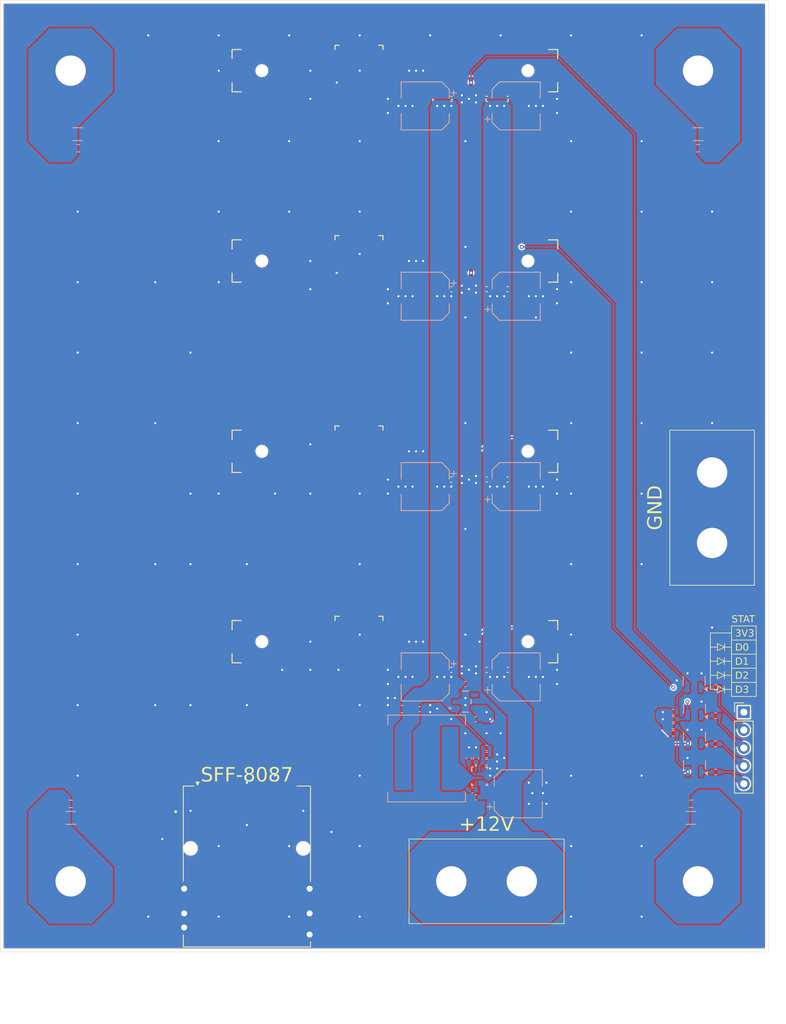
<source format=kicad_pcb>
(kicad_pcb (version 20240108) (generator "pcbnew") (generator_version "8.0")
  (title_block (title "SAS_Backplane - 8x") (date "2024-05-10") (rev "1.0") (company "DEF-DES"))
  (layers (0 "F.Cu" signal) (1 "In1.Cu" power) (2 "In2.Cu" power) (31 "B.Cu" signal) (34 "B.Paste" user) (35 "F.Paste" user) (36 "B.SilkS" user "B.Silkscreen") (37 "F.SilkS" user "F.Silkscreen") (38 "B.Mask" user) (39 "F.Mask" user) (44 "Edge.Cuts" user))
  (net 0 "")
  (net 1 "GND")
  (net 2 "+12V")
  (net 3 "+5V")
  (net 4 "+3V3")
  (net 5 "/D0:RP-")
  (net 6 "/D2:RP-")
  (net 8 "/D3:TP-")
  (net 9 "/D3:TP+")
  (net 10 "/D0:TP+")
  (net 11 "/D3:RP+")
  (net 12 "/D1:RP+")
  (net 15 "/D1:TP-")
  (net 16 "/D2:RP+")
  (net 17 "/D1:RP-")
  (net 18 "/D2:TP+")
  (net 19 "/D1:TP+")
  (net 20 "/D0:TP-")
  (net 25 "/D3:RP-")
  (net 27 "/D2:TP-")
  (net 28 "/D0:RP+")
  (net 29 "Net-(J2-STAT)")
  (net 53 "Net-(J3-STAT)")
  (net 54 "Net-(J4-STAT)")
  (net 55 "Net-(J5-STAT)")
  (net 61 "Net-(U2-VCC)")
  (net 62 "Net-(U2-SS)")
  (net 63 "Net-(U2-SW)")
  (net 64 "Net-(U2-BST)")
  (net 65 "Net-(U2-FB)")
  (net 66 "/D0_LED")
  (net 67 "/D1_LED")
  (net 68 "/D2_LED")
  (net 69 "/D3_LED")
  (net 70 "Net-(Q1-C)")
  (net 71 "Net-(Q2-C)")
  (net 72 "Net-(Q3-C)")
  (net 73 "Net-(Q4-C)")
  (net 76 "E1")
  (net 77 "E2")
  (net 78 "E3")
  (net 79 "E4")
  (footprint "MountingHole:MountingHole_4.3mm_M4_Pad_TopBottom" (layer "F.Cu") (at 195 92.000001 90)
    (property "Reference" "H8" (hide yes))
    (property "Value" "~")
  )
  (footprint "Connector_PinHeader_2.54mm:PinHeader_1x05_P2.54mm_Vertical" (layer "F.Cu") (at 199.5 126)
    (property "Reference" "J6" (hide yes))
    (property "Value" "STAT_LED_CONN")
  )
  (footprint "Capacitor_SMD:C_0402_1005Metric" (layer "F.Cu") (at 158 39)
    (property "Reference" "C9" (hide yes))
    (property "Value" "100n")
  )
  (footprint "Capacitor_SMD:C_0402_1005Metric" (layer "F.Cu") (at 166 120)
    (property "Reference" "C14" (hide yes))
    (property "Value" "100n")
  )
  (footprint "Capacitor_SMD:C_0402_1005Metric" (layer "F.Cu") (at 163.02 93 180)
    (property "Reference" "C17" (hide yes))
    (property "Value" "100n")
  )
  (footprint "Capacitor_SMD:C_0402_1005Metric" (layer "F.Cu") (at 165.98 93)
    (property "Reference" "C12" (hide yes))
    (property "Value" "100n")
  )
  (footprint "MountingHole:MountingHole_4.3mm_M4_Pad_TopBottom" (layer "F.Cu") (at 193 150)
    (property "Reference" "H4" (hide yes))
    (property "Value" "~")
  )
  (footprint "MountingHole:MountingHole_4.3mm_M4_Pad_TopBottom" (layer "F.Cu") (at 195 102 90)
    (property "Reference" "H7" (hide yes))
    (property "Value" "~")
  )
  (footprint "Capacitor_SMD:C_0402_1005Metric" (layer "F.Cu") (at 163.02 66 180)
    (property "Reference" "C4" (hide yes))
    (property "Value" "100n")
  )
  (footprint "Capacitor_SMD:C_0402_1005Metric" (layer "F.Cu") (at 163.02 39 180)
    (property "Reference" "C2" (hide yes))
    (property "Value" "100n")
  )
  (footprint "Library:Amphenol_10144871-002-TRLF" (layer "F.Cu") (at 150 35 180)
    (property "Reference" "J2" (hide yes))
    (property "Value" "Amphenol_10144871-002-LF")
  )
  (footprint "Capacitor_SMD:C_0402_1005Metric" (layer "F.Cu") (at 158 120)
    (property "Reference" "C20" (hide yes))
    (property "Value" "100n")
  )
  (footprint "Library:Amphenol_10144871-002-TRLF" (layer "F.Cu") (at 150 62 180)
    (property "Reference" "J3" (hide yes))
    (property "Value" "Amphenol_10144871-002-LF")
  )
  (footprint "Capacitor_SMD:C_0402_1005Metric" (layer "F.Cu") (at 158 66)
    (property "Reference" "C10" (hide yes))
    (property "Value" "100n")
  )
  (footprint "MountingHole:MountingHole_4.3mm_M4_Pad_TopBottom" (layer "F.Cu") (at 104 35)
    (property "Reference" "H1" (hide yes))
    (property "Value" "~")
  )
  (footprint "Capacitor_SMD:C_0402_1005Metric" (layer "F.Cu") (at 165.98 39)
    (property "Reference" "C7" (hide yes))
    (property "Value" "100n")
  )
  (footprint "Library:Amphenol_10144871-002-TRLF" (layer "F.Cu") (at 150 89 180)
    (property "Reference" "J4" (hide yes))
    (property "Value" "Amphenol_10144871-002-LF")
  )
  (footprint "MountingHole:MountingHole_4.3mm_M4_Pad_TopBottom" (layer "F.Cu") (at 168 150 90)
    (property "Reference" "H6" (hide yes))
    (property "Value" "~")
  )
  (footprint "Library:Amphenol_10144871-002-TRLF" (layer "F.Cu") (at 150 116 180)
    (property "Reference" "J5" (hide yes))
    (property "Value" "Amphenol_10144871-002-LF")
  )
  (footprint "MountingHole:MountingHole_4.3mm_M4_Pad_TopBottom" (layer "F.Cu") (at 104 150)
    (property "Reference" "H2" (hide yes))
    (property "Value" "~")
  )
  (footprint "MountingHole:MountingHole_4.3mm_M4_Pad_TopBottom" (layer "F.Cu") (at 158 150 90)
    (property "Reference" "H5" (hide yes))
    (property "Value" "~")
  )
  (footprint "Library:TE_1888019-6" (layer "F.Cu") (at 129 145.325)
    (property "Reference" "J1" (hide yes))
    (property "Value" "TE_1888019-6")
  )
  (footprint "Capacitor_SMD:C_0402_1005Metric" (layer "F.Cu") (at 158 93)
    (property "Reference" "C19" (hide yes))
    (property "Value" "100n")
  )
  (footprint "Capacitor_SMD:C_0402_1005Metric" (layer "F.Cu") (at 165.98 66)
    (property "Reference" "C8" (hide yes))
    (property "Value" "100n")
  )
  (footprint "MountingHole:MountingHole_4.3mm_M4_Pad_TopBottom" (layer "F.Cu") (at 193 35)
    (property "Reference" "H3" (hide yes))
    (property "Value" "~")
  )
  (footprint "Capacitor_SMD:C_0402_1005Metric" (layer "F.Cu") (at 163 120 180)
    (property "Reference" "C18" (hide yes))
    (property "Value" "100n")
  )
  (footprint "Package_TO_SOT_SMD:SOT-23" (layer "B.Cu") (at 192.5 133.5 90)
    (property "Reference" "Q4" (hide yes))
    (property "Value" "PMBT3904,215")
  )
  (footprint "Capacitor_SMD:CP_Elec_6.3x5.4_Nichicon" (layer "B.Cu") (at 154.3 94 180)
    (property "Reference" "C15" (hide yes))
    (property "Value" "22u")
  )
  (footprint "Resistor_SMD:R_0603_1608Metric" (layer "B.Cu") (at 192 139 180)
    (property "Reference" "R10" (hide yes))
    (property "Value" "1M")
  )
  (footprint "Resistor_SMD:R_0402_1005Metric" (layer "B.Cu") (at 195.5 122.5 180)
    (property "Reference" "R1" (hide yes))
    (property "Value" "110")
  )
  (footprint "Capacitor_SMD:CP_Elec_6.3x5.4_Nichicon" (layer "B.Cu") (at 154.3 40 180)
    (property "Reference" "C5" (hide yes))
    (property "Value" "22u")
  )
  (footprint "Resistor_SMD:R_0402_1005Metric" (layer "B.Cu") (at 163 133.076003)
    (property "Reference" "R9" (hide yes))
    (property "Value" "30k")
  )
  (footprint "Capacitor_SMD:C_1206_3216Metric" (layer "B.Cu") (at 193 44 180)
    (property "Reference" "C34" (hide yes))
    (property "Value" "100n")
  )
  (footprint "Package_TO_SOT_SMD:SOT-23" (layer "B.Cu") (at 192.45 121.5625 90)
    (property "Reference" "Q1" (hide yes))
    (property "Value" "PMBT3904,215")
  )
  (footprint "Resistor_SMD:R_0603_1608Metric" (layer "B.Cu") (at 193 46.000001 180)
    (property "Reference" "R14" (hide yes))
    (property "Value" "1M")
  )
  (footprint "Resistor_SMD:R_0402_1005Metric" (layer "B.Cu") (at 189.5 128)
    (property "Reference" "R7" (hide yes))
    (property "Value" "20k")
  )
  (footprint "Library:Ti_RQF0009A" (layer "B.Cu") (at 162 135.076 -90)
    (property "Reference" "U2" (hide yes))
    (property "Value" "Ti_TPS566238")
  )
  (footprint "Capacitor_SMD:CP_Elec_6.3x5.8" (layer "B.Cu") (at 167.2 67)
    (property "Reference" "C3" (hide yes))
    (property "Value" "47u")
  )
  (footprint "Capacitor_SMD:C_0402_1005Metric" (layer "B.Cu") (at 161.5 127 180)
    (property "Reference" "C24" (hide yes))
    (property "Value" "1u")
  )
  (footprint "Resistor_SMD:R_0402_1005Metric" (layer "B.Cu") (at 189.509999 127)
    (property "Reference" "R4" (hide yes))
    (property "Value" "20k")
  )
  (footprint "Capacitor_SMD:C_0402_1005Metric" (layer "B.Cu") (at 160.500001 132.576 90)
    (property "Reference" "C26" (hide yes))
    (property "Value" "10n")
  )
  (footprint "Capacitor_SMD:CP_Elec_6.3x5.8" (layer "B.Cu") (at 167.2 94)
    (property "Reference" "C11" (hide yes))
    (property "Value" "47u")
  )
  (footprint "Capacitor_SMD:C_1206_3216Metric" (layer "B.Cu") (at 192 141 180)
    (property "Reference" "C28" (hide yes))
    (property "Value" "100n")
  )
  (footprint "Capacitor_SMD:C_1206_3216Metric" (layer "B.Cu") (at 105 44)
    (property "Reference" "C33" (hide yes))
    (property "Value" "100n")
  )
  (footprint "Package_TO_SOT_SMD:SOT-23" (layer "B.Cu") (at 192.5 129.5 90)
    (property "Reference" "Q3" (hide yes))
    (property "Value" "PMBT3904,215")
  )
  (footprint "Resistor_SMD:R_0402_1005Metric" (layer "B.Cu") (at 189.5 126)
    (property "Reference" "R3" (hide yes))
    (property "Value" "20k")
  )
  (footprint "Capacitor_SMD:CP_Elec_6.3x5.8" (layer "B.Cu") (at 167.5 137.576)
    (property "Reference" "C22" (hide yes))
    (property "Value" "47u")
  )
  (footprint "Capacitor_SMD:CP_Elec_6.3x5.8" (layer "B.Cu") (at 167.2 121)
    (property "Reference" "C13" (hide yes))
    (property "Value" "47u")
  )
  (footprint "Capacitor_SMD:C_0402_1005Metric" (layer "B.Cu") (at 161.5 132.576 -90)
    (property "Reference" "C25" (hide yes))
    (property "Value" "1u")
  )
  (footprint "Capacitor_SMD:CP_Elec_6.3x5.4_Nichicon" (layer "B.Cu") (at 154.3 121 180)
    (property "Reference" "C16" (hide yes))
    (property "Value" "22u")
  )
  (footprint "Package_TO_SOT_SMD:SOT-23" (layer "B.Cu") (at 192.5 125.5 90)
    (property "Reference" "Q2" (hide yes))
    (property "Value" "PMBT3904,215")
  )
  (footprint "Capacitor_SMD:C_0402_1005Metric" (layer "B.Cu") (at 163 131.076001)
    (property "Reference" "C29" (hide yes))
    (property "Value" "33p")
  )
  (footprint "Capacitor_SMD:C_0402_1005Metric" (layer "B.Cu") (at 161.5 138.076 180)
    (property "Reference" "C23" (hide yes))
    (property "Value" "100n")
  )
  (footprint "Capacitor_SMD:CP_Elec_6.3x5.4_Nichicon" (layer "B.Cu") (at 154.3 67 180)
    (property "Reference" "C6" (hide yes))
    (property "Value" "22u")
  )
  (footprint "Resistor_SMD:R_0402_1005Metric" (layer "B.Cu") (at 195.5 130.5 180)
    (property "Reference" "R5" (hide yes))
    (property "Value" "110")
  )
  (footprint "Library:Ti_DBV0005A" (layer "B.Cu") (at 160 124.5)
    (property "Reference" "U1" (hide yes))
    (property "Value" "TI_TLV743P")
  )
  (footprint "Resistor_SMD:R_0603_1608Metric" (layer "B.Cu") (at 104 139.010484)
    (property "Reference" "R12" (hide yes))
    (property "Value" "1M")
  )
  (footprint "Capacitor_SMD:C_0402_1005Metric" (layer "B.Cu") (at 161 137.076 180)
    (property "Reference" "C27" (hide yes))
    (property "Value" "100n")
  )
  (footprint "Resistor_SMD:R_0402_1005Metric" (layer "B.Cu") (at 189.5 129)
    (property "Reference" "R8" (hide yes))
    (property "Value" "20k")
  )
  (footprint "Capacitor_SMD:CP_Elec_6.3x5.8" (layer "B.Cu") (at 167.2 40)
    (property "Reference" "C1" (hide yes))
    (property "Value" "47u")
  )
  (footprint "Capacitor_SMD:C_0603_1608Metric" (layer "B.Cu") (at 151 125.576 180)
    (property "Reference" "C30" (hide yes))
    (property "Value" "22u")
  )
  (footprint "Capacitor_SMD:C_1206_3216Metric" (layer "B.Cu") (at 104 141)
    (property "Reference" "C32" (hide yes))
    (property "Value" "100n")
  )
  (footprint "Resistor_SMD:R_0603_1608Metric" (layer "B.Cu") (at 105.06364 46)
    (property "Reference" "R13" (hide yes))
    (property "Value" "1M")
  )
  (footprint "Resistor_SMD:R_0402_1005Metric" (layer "B.Cu") (at 195.5 134.5 180)
    (property "Reference" "R6" (hide yes))
    (property "Value" "110")
  )
  (footprint "Capacitor_SMD:C_0402_1005Metric" (layer "B.Cu") (at 153.5 125.576)
    (property "Reference" "C31" (hide yes))
    (property "Value" "100n")
  )
  (footprint "Inductor_SMD:L_Coilcraft_XAL1010-XXX" (layer "B.Cu") (at 154.5 132.576 180)
    (property "Reference" "L1" (hide yes))
    (property "Value" "1.5u")
  )
  (footprint "Resistor_SMD:R_0402_1005Metric" (layer "B.Cu") (at 163 132.076 180)
    (property "Reference" "R11" (hide yes))
    (property "Value" "220k")
  )
  (footprint "Resistor_SMD:R_0402_1005Metric" (layer "B.Cu") (at 195.5 126.5 180)
    (property "Reference" "R2" (hide yes))
    (property "Value" "110")
  )
  (footprint "Capacitor_SMD:C_0402_1005Metric" (layer "B.Cu") (at 160 122)
    (property "Reference" "C21" (hide yes))
    (property "Value" "1u")
  )
  (gr_line (start 195.752553 118.27) (end 195.752553 119.27) (stroke (width 0.1)) (layer "F.SilkS"))
  (gr_line (start 196.752553 120.77) (end 197.752553 120.77) (stroke (width 0.1)) (layer "F.SilkS"))
  (gr_line (start 197.752553 119.77) (end 201.252553 119.77) (stroke (width 0.1)) (layer "F.SilkS"))
  (gr_line (start 195.752553 123.27) (end 196.752553 122.77) (stroke (width 0.1)) (layer "F.SilkS"))
  (gr_line (start 197.752553 121.77) (end 201.252553 121.77) (stroke (width 0.1)) (layer "F.SilkS"))
  (gr_line (start 197.752553 115.77) (end 201.252553 115.77) (stroke (width 0.1)) (layer "F.SilkS"))
  (gr_line (start 194.752553 118.77) (end 195.752553 118.77) (stroke (width 0.1)) (layer "F.SilkS"))
  (gr_line (start 195.752553 121.27) (end 196.752553 120.77) (stroke (width 0.1)) (layer "F.SilkS"))
  (gr_line (start 196.752553 120.77) (end 195.752553 120.27) (stroke (width 0.1)) (layer "F.SilkS"))
  (gr_rect (start 197.752553 113.77) (end 201.252553 123.77) (stroke (width 0.1)) (fill none) (layer "F.SilkS"))
  (gr_line (start 196.752553 120.27) (end 196.752553 121.27) (stroke (width 0.1)) (layer "F.SilkS"))
  (gr_line (start 197.752553 114.77) (end 194.752553 114.77) (stroke (width 0.1)) (layer "F.SilkS"))
  (gr_line (start 196.752553 118.77) (end 197.752553 118.77) (stroke (width 0.1)) (layer "F.SilkS"))
  (gr_line (start 194.752553 116.77) (end 194.752553 122.77) (stroke (width 0.1)) (layer "F.SilkS"))
  (gr_line (start 197.752553 117.77) (end 201.252553 117.77) (stroke (width 0.1)) (layer "F.SilkS"))
  (gr_line (start 195.752553 120.27) (end 195.752553 121.27) (stroke (width 0.1)) (layer "F.SilkS"))
  (gr_line (start 196.752553 116.77) (end 197.752553 116.77) (stroke (width 0.1)) (layer "F.SilkS"))
  (gr_line (start 194.752553 114.77) (end 194.752553 116.77) (stroke (width 0.1)) (layer "F.SilkS"))
  (gr_rect (start 189 85.999999) (end 201.000001 108.000001) (stroke (width 0.1)) (fill none) (layer "F.SilkS"))
  (gr_line (start 195.752553 119.27) (end 196.752553 118.77) (stroke (width 0.1)) (layer "F.SilkS"))
  (gr_line (start 196.752553 116.77) (end 195.752553 116.27) (stroke (width 0.1)) (layer "F.SilkS"))
  (gr_line (start 196.752553 116.27) (end 196.752553 117.27) (stroke (width 0.1)) (layer "F.SilkS"))
  (gr_line (start 196.752553 122.77) (end 195.752553 122.27) (stroke (width 0.1)) (layer "F.SilkS"))
  (gr_rect (start 152 144) (end 174 156) (stroke (width 0.1)) (fill none) (layer "F.SilkS"))
  (gr_line (start 195.752553 116.27) (end 195.752553 117.27) (stroke (width 0.1)) (layer "F.SilkS"))
  (gr_line (start 194.752553 120.77) (end 195.752553 120.77) (stroke (width 0.1)) (layer "F.SilkS"))
  (gr_line (start 196.752553 118.77) (end 195.752553 118.27) (stroke (width 0.1)) (layer "F.SilkS"))
  (gr_line (start 195.752553 122.27) (end 195.752553 123.27) (stroke (width 0.1)) (layer "F.SilkS"))
  (gr_line (start 194.752553 116.77) (end 195.752553 116.77) (stroke (width 0.1)) (layer "F.SilkS"))
  (gr_line (start 196.752553 118.27) (end 196.752553 119.27) (stroke (width 0.1)) (layer "F.SilkS"))
  (gr_line (start 194.752553 122.77) (end 195.752553 122.77) (stroke (width 0.1)) (layer "F.SilkS"))
  (gr_line (start 196.752553 122.27) (end 196.752553 123.27) (stroke (width 0.1)) (layer "F.SilkS"))
  (gr_line (start 195.752553 117.27) (end 196.752553 116.77) (stroke (width 0.1)) (layer "F.SilkS"))
  (gr_line (start 196.752553 122.77) (end 197.752553 122.77) (stroke (width 0.1)) (layer "F.SilkS"))
  (gr_rect (start 94 25) (end 203 160) (stroke (width 0.05)) (fill none) (layer "Edge.Cuts"))
  (gr_text "D3" (at 198.252553 122.27 0) (layer "F.SilkS") (effects (font (size 1 1) (thickness 0.1)) (justify left top)))
  (gr_text "D0" (at 198.252553 116.27 0) (layer "F.SilkS") (effects (font (size 1 1) (thickness 0.1)) (justify left top)))
  (gr_text "3V3" (at 198.252553 114.27 0) (layer "F.SilkS") (effects (font (size 1 1) (thickness 0.1)) (justify left top)))
  (gr_text "+12V" (at 163 142 0) (layer "F.SilkS") (effects (font (size 2 2) (thickness 0.1))))
  (gr_text "STAT" (at 197.752553 112.27 0) (layer "F.SilkS") (effects (font (size 1 1) (thickness 0.1)) (justify left top)))
  (gr_text "GND" (at 186.999999 97 90) (layer "F.SilkS") (effects (font (size 2 2) (thickness 0.1))))
  (gr_text "D2" (at 198.252553 120.27 0) (layer "F.SilkS") (effects (font (size 1 1) (thickness 0.1)) (justify left top)))
  (gr_text "SFF-8087" (at 129 135 0) (layer "F.SilkS") (effects (font (size 2 2) (thickness 0.1))))
  (gr_text "D1" (at 198.252553 118.27 0) (layer "F.SilkS") (effects (font (size 1 1) (thickness 0.1)) (justify left top)))
  (via (at 152 116) (size 0.6) (drill 0.3) (layers "F.Cu" "B.Cu") (net 1))
  (via (at 152 62) (size 0.6) (drill 0.3) (layers "F.Cu" "B.Cu") (net 1))
  (via (at 153 62) (size 0.6) (drill 0.3) (layers "F.Cu" "B.Cu") (net 1))
  (via (at 153 35) (size 0.6) (drill 0.3) (layers "F.Cu" "B.Cu") (net 1))
  (via (at 170 40) (size 0.6) (drill 0.3) (layers "F.Cu" "B.Cu") (net 1))
  (via (at 151.5 94) (size 0.6) (drill 0.3) (layers "F.Cu" "B.Cu") (net 1))
  (via (at 151.5 40) (size 0.6) (drill 0.3) (layers "F.Cu" "B.Cu") (net 1))
  (via (at 149 125) (size 0.6) (drill 0.3) (layers "F.Cu" "B.Cu") (net 1))
  (via (at 105 135) (size 0.6) (drill 0.3) (layers "F.Cu" "B.Cu") (net 1))
  (via (at 164.5 134) (size 0.6) (drill 0.3) (layers "F.Cu" "B.Cu") (net 1))
  (via (at 125 45) (size 0.6) (drill 0.3) (layers "F.Cu" "B.Cu") (net 1))
  (via (at 185 135) (size 0.6) (drill 0.3) (layers "F.Cu" "B.Cu") (net 1))
  (via (at 149 95) (size 0.6) (drill 0.3) (layers "F.Cu" "B.Cu") (net 1))
  (via (at 116 85) (size 0.6) (drill 0.3) (layers "F.Cu" "B.Cu") (net 1))
  (via (at 185 45) (size 0.6) (drill 0.3) (layers "F.Cu" "B.Cu") (net 1))
  (via (at 105 125) (size 0.6) (drill 0.3) (layers "F.Cu" "B.Cu") (net 1))
  (via (at 175 105) (size 0.6) (drill 0.3) (layers "F.Cu" "B.Cu") (net 1))
  (via (at 154 89) (size 0.6) (drill 0.3) (layers "F.Cu" "B.Cu") (net 1))
  (via (at 185 155) (size 0.6) (drill 0.3) (layers "F.Cu" "B.Cu") (net 1))
  (via (at 145 45) (size 0.6) (drill 0.3) (layers "F.Cu" "B.Cu") (net 1))
  (via (at 161.5 66.5) (size 0.6) (drill 0.3) (layers "F.Cu" "B.Cu") (net 1))
  (via (at 164.5 133) (size 0.6) (drill 0.3) (layers "F.Cu" "B.Cu") (net 1))
  (via (at 169.5 137.5) (size 0.6) (drill 0.3) (layers "F.Cu" "B.Cu") (net 1))
  (via (at 121 140) (size 0.6) (drill 0.3) (layers "F.Cu" "B.Cu") (net 1))
  (via (at 149 66) (size 0.6) (drill 0.3) (layers "F.Cu" "B.Cu") (net 1))
  (via (at 129 142) (size 0.6) (drill 0.3) (layers "F.Cu" "B.Cu") (net 1))
  (via (at 160 129) (size 0.6) (drill 0.3) (layers "F.Cu" "B.Cu") (net 1))
  (via (at 159.5 65.5) (size 0.6) (drill 0.3) (layers "F.Cu" "B.Cu") (net 1))
  (via (at 155 125) (size 0.6) (drill 0.3) (layers "F.Cu" "B.Cu") (net 1))
  (via (at 149 68) (size 0.6) (drill 0.3) (layers "F.Cu" "B.Cu") (net 1))
  (via (at 160.5 66) (size 0.6) (drill 0.3) (layers "F.Cu" "B.Cu") (net 1))
  (via (at 125 145) (size 0.6) (drill 0.3) (layers "F.Cu" "B.Cu") (net 1))
  (via (at 160 115) (size 0.6) (drill 0.3) (layers "F.Cu" "B.Cu") (net 1))
  (via (at 150 124) (size 0.6) (drill 0.3) (layers "F.Cu" "B.Cu") (net 1))
  (via (at 149 124) (size 0.6) (drill 0.3) (layers "F.Cu" "B.Cu") (net 1))
  (via (at 190 121.5) (size 0.6) (drill 0.3) (layers "F.Cu" "B.Cu") (net 1))
  (via (at 138 39) (size 0.6) (drill 0.3) (layers "F.Cu" "B.Cu") (net 1))
  (via (at 159.5 120.5) (size 0.6) (drill 0.3) (layers "F.Cu" "B.Cu") (net 1))
  (via (at 185 55) (size 0.6) (drill 0.3) (layers "F.Cu" "B.Cu") (net 1))
  (via (at 160.5 120) (size 0.6) (drill 0.3) (layers "F.Cu" "B.Cu") (net 1))
  (via (at 185 105) (size 0.6) (drill 0.3) (layers "F.Cu" "B.Cu") (net 1))
  (via (at 165 30) (size 0.6) (drill 0.3) (layers "F.Cu" "B.Cu") (net 1))
  (via (at 135 30) (size 0.6) (drill 0.3) (layers "F.Cu" "B.Cu") (net 1))
  (via (at 160 124) (size 0.6) (drill 0.3) (layers "F.Cu" "B.Cu") (net 1))
  (via (at 161.5 120.5) (size 0.6) (drill 0.3) (layers "F.Cu" "B.Cu") (net 1))
  (via (at 105 65) (size 0.6) (drill 0.3) (layers "F.Cu" "B.Cu") (net 1))
  (via (at 160 100) (size 0.6) (drill 0.3) (layers "F.Cu" "B.Cu") (net 1))
  (via (at 195 114) (size 0.6) (drill 0.3) (layers "F.Cu" "B.Cu") (net 1))
  (via (at 125 155) (size 0.6) (drill 0.3) (layers "F.Cu" "B.Cu") (net 1))
  (via (at 161.5 38.5) (size 0.6) (drill 0.3) (layers "F.Cu" "B.Cu") (net 1))
  (via (at 170 94) (size 0.6) (drill 0.3) (layers "F.Cu" "B.Cu") (net 1))
  (via (at 170 70) (size 0.6) (drill 0.3) (layers "F.Cu" "B.Cu") (net 1))
  (via (at 153 89) (size 0.6) (drill 0.3) (layers "F.Cu" "B.Cu") (net 1))
  (via (at 159.5 93.5) (size 0.6) (drill 0.3) (layers "F.Cu" "B.Cu") (net 1))
  (via (at 145 135) (size 0.6) (drill 0.3) (layers "F.Cu" "B.Cu") (net 1))
  (via (at 175 85) (size 0.6) (drill 0.3) (layers "F.Cu" "B.Cu") (net 1))
  (via (at 159.5 39.5) (size 0.6) (drill 0.3) (layers "F.Cu" "B.Cu") (net 1))
  (via (at 115 30) (size 0.6) (drill 0.3) (layers "F.Cu" "B.Cu") (net 1))
  (via (at 173 122) (size 0.6) (drill 0.3) (layers "F.Cu" "B.Cu") (net 1))
  (via (at 150.5 40) (size 0.6) (drill 0.3) (layers "F.Cu" "B.Cu") (net 1))
  (via (at 155 30) (size 0.6) (drill 0.3) (layers "F.Cu" "B.Cu") (net 1))
  (via (at 173 41) (size 0.6) (drill 0.3) (layers "F.Cu" "B.Cu") (net 1))
  (via (at 175 55) (size 0.6) (drill 0.3) (layers "F.Cu" "B.Cu") (net 1))
  (via (at 169 94) (size 0.6) (drill 0.3) (layers "F.Cu" "B.Cu") (net 1))
  (via (at 145 125) (size 0.6) (drill 0.3) (layers "F.Cu" "B.Cu") (net 1))
  (via (at 175 75) (size 0.6) (drill 0.3) (layers "F.Cu" "B.Cu") (net 1))
  (via (at 160 60) (size 0.6) (drill 0.3) (layers "F.Cu" "B.Cu") (net 1))
  (via (at 165.5 132.5) (size 0.6) (drill 0.3) (layers "F.Cu" "B.Cu") (net 1))
  (via (at 151.5 121) (size 0.6) (drill 0.3) (layers "F.Cu" "B.Cu") (net 1))
  (via (at 161.5 131) (size 0.6) (drill 0.3) (layers "F.Cu" "B.Cu") (net 1))
  (via (at 129 125) (size 0.6) (drill 0.3) (layers "F.Cu" "B.Cu") (net 1))
  (via (at 195 55) (size 0.6) (drill 0.3) (layers "F.Cu" "B.Cu") (net 1))
  (via (at 154 62) (size 0.6) (drill 0.3) (layers "F.Cu" "B.Cu") (net 1))
  (via (at 105 95) (size 0.6) (drill 0.3) (layers "F.Cu" "B.Cu") (net 1))
  (via (at 135 145) (size 0.6) (drill 0.3) (layers "F.Cu" "B.Cu") (net 1))
  (via (at 173 93) (size 0.6) (drill 0.3) (layers "F.Cu" "B.Cu") (net 1))
  (via (at 175 45) (size 0.6) (drill 0.3) (layers "F.Cu" "B.Cu") (net 1))
  (via (at 161.5 119.5) (size 0.6) (drill 0.3) (layers "F.Cu" "B.Cu") (net 1))
  (via (at 138 35) (size 0.6) (drill 0.3) (layers "F.Cu" "B.Cu") (net 1))
  (via (at 160 45) (size 0.6) (drill 0.3) (layers "F.Cu" "B.Cu") (net 1))
  (via (at 171.5 139) (size 0.6) (drill 0.3) (layers "F.Cu" "B.Cu") (net 1))
  (via (at 175 135) (size 0.6) (drill 0.3) (layers "F.Cu" "B.Cu") (net 1))
  (via (at 159.5 92.5) (size 0.6) (drill 0.3) (layers "F.Cu" "B.Cu") (net 1))
  (via (at 115 155) (size 0.6) (drill 0.3) (layers "F.Cu" "B.Cu") (net 1))
  (via (at 121 95) (size 0.6) (drill 0.3) (layers "F.Cu" "B.Cu") (net 1))
  (via (at 145 30) (size 0.6) (drill 0.3) (layers "F.Cu" "B.Cu") (net 1))
  (via (at 138 88) (size 0.6) (drill 0.3) (layers "F.Cu" "B.Cu") (net 1))
  (via (at 171 94) (size 0.6) (drill 0.3) (layers "F.Cu" "B.Cu") (net 1))
  (via (at 116 65) (size 0.6) (drill 0.3) (layers "F.Cu" "B.Cu") (net 1))
  (via (at 105 115) (size 0.6) (drill 0.3) (layers "F.Cu" "B.Cu") (net 1))
  (via (at 171 67) (size 0.6) (drill 0.3) (layers "F.Cu" "B.Cu") (net 1))
  (via (at 160 70) (size 0.6) (drill 0.3) (layers "F.Cu" "B.Cu") (net 1))
  (via (at 171 121) (size 0.6) (drill 0.3) (layers "F.Cu" "B.Cu") (net 1))
  (via (at 160 125) (size 0.6) (drill 0.3) (layers "F.Cu" "B.Cu") (net 1))
  (via (at 135 55) (size 0.6) (drill 0.3) (layers "F.Cu" "B.Cu") (net 1))
  (via (at 138 66) (size 0.6) (drill 0.3) (layers "F.Cu" "B.Cu") (net 1))
  (via (at 175 65) (size 0.6) (drill 0.3) (layers "F.Cu" "B.Cu") (net 1))
  (via (at 163.5 134) (size 0.6) (drill 0.3) (layers "F.Cu" "B.Cu") (net 1))
  (via (at 173 66) (size 0.6) (drill 0.3) (layers "F.Cu" "B.Cu") (net 1))
  (via (at 171 137.5) (size 0.6) (drill 0.3) (layers "F.Cu" "B.Cu") (net 1))
  (via (at 185 85) (size 0.6) (drill 0.3) (layers "F.Cu" "B.Cu") (net 1))
  (via (at 185 145) (size 0.6) (drill 0.3) (layers "F.Cu" "B.Cu") (net 1))
  (via (at 145 61) (size 0.6) (drill 0.3) (layers "F.Cu" "B.Cu") (net 1))
  (via (at 175 115) (size 0.6) (drill 0.3) (layers "F.Cu" "B.Cu") (net 1))
  (via (at 134 120) (size 0.6) (drill 0.3) (layers "F.Cu" "B.Cu") (net 1))
  (via (at 191.5 132.5) (size 0.6) (drill 0.3) (layers "F.Cu" "B.Cu") (net 1))
  (via (at 163.5 135) (size 0.6) (drill 0.3) (layers "F.Cu" "B.Cu") (net 1))
  (via (at 169 139) (size 0.6) (drill 0.3) (layers "F.Cu" "B.Cu") (net 1))
  (via (at 162 116) (size 0.6) (drill 0.3) (layers "F.Cu" "B.Cu") (net 1))
  (via (at 161.5 93.5) (size 0.6) (drill 0.3) (layers "F.Cu" "B.Cu") (net 1))
  (via (at 159.5 66.5) (size 0.6) (drill 0.3) (layers "F.Cu" "B.Cu") (net 1))
  (via (at 191.5 128.5) (size 0.6) (drill 0.3) (layers "F.Cu" "B.Cu") (net 1))
  (via (at 150.5 94) (size 0.6) (drill 0.3) (layers "F.Cu" "B.Cu") (net 1))
  (via (at 133 135) (size 0.6) (drill 0.3) (layers "F.Cu" "B.Cu") (net 1))
  (via (at 129 105) (size 0.6) (drill 0.3) (layers "F.Cu" "B.Cu") (net 1))
  (via (at 145 115) (size 0.6) (drill 0.3) (layers "F.Cu" "B.Cu") (net 1))
  (via (at 129 136) (size 0.6) (drill 0.3) (layers "F.Cu" "B.Cu") (net 1))
  (via (at 150.5 67) (size 0.6) (drill 0.3) (layers "F.Cu" "B.Cu") (net 1))
  (via (at 105 105) (size 0.6) (drill 0.3) (layers "F.Cu" "B.Cu") (net 1))
  (via (at 195 85) (size 0.6) (drill 0.3) (layers "F.Cu" "B.Cu") (net 1))
  (via (at 149 93) (size 0.6) (drill 0.3) (layers "F.Cu" "B.Cu") (net 1))
  (via (at 193.5 120.5) (size 0.6) (drill 0.3) (layers "F.Cu" "B.Cu") (net 1))
  (via (at 171 40) (size 0.6) (drill 0.3) (layers "F.Cu" "B.Cu") (net 1))
  (via (at 149 41) (size 0.6) (drill 0.3) (layers "F.Cu" "B.Cu") (net 1))
  (via (at 161.5 92.5) (size 0.6) (drill 0.3) (layers "F.Cu" "B.Cu") (net 1))
  (via (at 138 62) (size 0.6) (drill 0.3) (layers "F.Cu" "B.Cu") (net 1))
  (via (at 149 39) (size 0.6) (drill 0.3) (layers "F.Cu" "B.Cu") (net 1))
  (via (at 153 116) (size 0.6) (drill 0.3) (layers "F.Cu" "B.Cu") (net 1))
  (via (at 185 95) (size 0.6) (drill 0.3) (layers "F.Cu" "B.Cu") (net 1))
  (via (at 152.5 121) (size 0.6) (drill 0.3) (layers "F.Cu" "B.Cu") (net 1))
  (via (at 195 65) (size 0.6) (drill 0.3) (layers "F.Cu" "B.Cu") (net 1))
  (via (at 193.5 124.5) (size 0.6) (drill 0.3) (layers "F.Cu" "B.Cu") (net 1))
  (via (at 170 121) (size 0.6) (drill 0.3) (layers "F.Cu" "B.Cu") (net 1))
  (via (at 141 143) (size 0.6) (drill 0.3) (layers "F.Cu" "B.Cu") (net 1))
  (via (at 175 30) (size 0.6) (drill 0.3) (layers "F.Cu" "B.Cu") (net 1))
  (via (at 175 95) (size 0.6) (drill 0.3) (layers "F.Cu" "B.Cu") (net 1))
  (via (at 160.5 39) (size 0.6) (drill 0.3) (layers "F.Cu" "B.Cu") (net 1))
  (via (at 121 125) (size 0.6) (drill 0.3) (layers "F.Cu" "B.Cu") (net 1))
  (via (at 135 45) (size 0.6) (drill 0.3) (layers "F.Cu" "B.Cu") (net 1))
  (via (at 173 120) (size 0.6) (drill 0.3) (layers "F.Cu" "B.Cu") (net 1))
  (via (at 154 116) (size 0.6) (drill 0.3) (layers "F.Cu" "B.Cu") (net 1))
  (via (at 121 105) (size 0.6) (drill 0.3) (layers "F.Cu" "B.Cu") (net 1))
  (via (at 149 122) (size 0.6) (drill 0.3) (layers "F.Cu" "B.Cu") (net 1))
  (via (at 151.5 67) (size 0.6) (drill 0.3) (layers "F.Cu" "B.Cu") (net 1))
  (via (at 133 95) (size 0.6) (drill 0.3) (layers "F.Cu" "B.Cu") (net 1))
  (via (at 152 35) (size 0.6) (drill 0.3) (layers "F.Cu" "B.Cu") (net 1))
  (via (at 121 75) (size 0.6) (drill 0.3) (layers "F.Cu" "B.Cu") (net 1))
  (via (at 116 125) (size 0.6) (drill 0.3) (layers "F.Cu" "B.Cu") (net 1))
  (via (at 125 95) (size 0.6) (drill 0.3) (layers "F.Cu" "B.Cu") (net 1))
  (via (at 195 75) (size 0.6) (drill 0.3) (layers "F.Cu" "B.Cu") (net 1))
  (via (at 125 55) (size 0.6) (drill 0.3) (layers "F.Cu" "B.Cu") (net 1))
  (via (at 154 35) (size 0.6) (drill 0.3) (layers "F.Cu" "B.Cu") (net 1))
  (via (at 142 120) (size 0.6) (drill 0.3) (layers "F.Cu" "B.Cu") (net 1))
  (via (at 158 127) (size 0.6) (drill 0.3) (layers "F.Cu" "B.Cu") (net 1))
  (via (at 117 144) (size 0.6) (drill 0.3) (layers "F.Cu" "B.Cu") (net 1))
  (via (at 145 145) (size 0.6) (drill 0.3) (layers "F.Cu" "B.Cu") (net 1))
  (via (at 173 95) (size 0.6) (drill 0.3) (layers "F.Cu" "B.Cu") (net 1))
  (via (at 105 55) (size 0.6) (drill 0.3) (layers "F.Cu" "B.Cu") (net 1))
  (via (at 161.5 39.5) (size 0.6) (drill 0.3) (layers "F.Cu" "B.Cu") (net 1))
  (via (at 160.5 131) (size 0.6) (drill 0.3) (layers "F.Cu" "B.Cu") (net 1))
  (via (at 145 55) (size 0.6) (drill 0.3) (layers "F.Cu" "B.Cu") (net 1))
  (via (at 185 30) (size 0.6) (drill 0.3) (layers "F.Cu" "B.Cu") (net 1))
  (via (at 169 67) (size 0.6) (drill 0.3) (layers "F.Cu" "B.Cu") (net 1))
  (via (at 161.5 65.5) (size 0.6) (drill 0.3) (layers "F.Cu" "B.Cu") (net 1))
  (via (at 141.745 36.68) (size 0.6) (drill 0.3) (layers "F.Cu" "B.Cu") (net 1))
  (via (at 135 155) (size 0.6) (drill 0.3) (layers "F.Cu" "B.Cu") (net 1))
  (via (at 105 75) (size 0.6) (drill 0.3) (layers "F.Cu" "B.Cu") (net 1))
  (via (at 145 105) (size 0.6) (drill 0.3) (layers "F.Cu" "B.Cu") (net 1))
  (via (at 152.5 40) (size 0.6) (drill 0.3) (layers "F.Cu" "B.Cu") (net 1))
  (via (at 116 105) (size 0.6) (drill 0.3) (layers "F.Cu" "B.Cu") (net 1))
  (via (at 125 65) (size 0.6) (drill 0.3) (layers "F.Cu" "B.Cu") (net 1))
  (via (at 149 120) (size 0.6) (drill 0.3) (layers "F.Cu" "B.Cu") (net 1))
  (via (at 169 121) (size 0.6) (drill 0.3) (layers "F.Cu" "B.Cu") (net 1))
  (via (at 155 126) (size 0.6) (drill 0.3) (layers "F.Cu" "B.Cu") (net 1))
  (via (at 152.5 67) (size 0.6) (drill 0.3) (layers "F.Cu" "B.Cu") (net 1))
  (via (at 137 140) (size 0.6) (drill 0.3) (layers "F.Cu" "B.Cu") (net 1))
  (via (at 170 67) (size 0.6) (drill 0.3) (layers "F.Cu" "B.Cu") (net 1))
  (via (at 193.5 128.5) (size 0.6) (drill 0.3) (layers "F.Cu" "B.Cu") (net 1))
  (via (at 138 116) (size 0.6) (drill 0.3) (layers "F.Cu" "B.Cu") (net 1))
  (via (at 165 129) (size 0.6) (drill 0.3) (layers "F.Cu" "B.Cu") (net 1))
  (via (at 173 39) (size 0.6) (drill 0.3) (layers "F.Cu" "B.Cu") (net 1))
  (via (at 163 129) (size 0.6) (drill 0.3) (layers "F.Cu" "B.Cu") (net 1))
  (via (at 191.5 120.5) (size 0.6) (drill 0.3) (layers "F.Cu" "B.Cu") (net 1))
  (via (at 156 125.5) (size 0.6) (drill 0.3) (layers "F.Cu" "B.Cu") (net 1))
  (via (at 175 145) (size 0.6) (drill 0.3) (layers "F.Cu" "B.Cu") (net 1))
  (via (at 159.5 119.5) (size 0.6) (drill 0.3) (layers "F.Cu" "B.Cu") (net 1))
  (via (at 145 35) (size 0.6) (drill 0.3) (layers "F.Cu" "B.Cu") (net 1))
  (via (at 152 89) (size 0.6) (drill 0.3) (layers "F.Cu" "B.Cu") (net 1))
  (via (at 171.5 136) (size 0.6) (drill 0.3) (layers "F.Cu" "B.Cu") (net 1))
  (via (at 169 136) (size 0.6) (drill 0.3) (layers "F.Cu" "B.Cu") (net 1))
  (via (at 105 85) (size 0.6) (drill 0.3) (layers "F.Cu" "B.Cu") (net 1))
  (via (at 138 120) (size 0.6) (drill 0.3) (layers "F.Cu" "B.Cu") (net 1))
  (via (at 141.745 63.68) (size 0.6) (drill 0.3) (layers "F.Cu" "B.Cu") (net 1))
  (via (at 160 85) (size 0.6) (drill 0.3) (layers "F.Cu" "B.Cu") (net 1))
  (via (at 175 155) (size 0.6) (drill 0.3) (layers "F.Cu" "B.Cu") (net 1))
  (via (at 169 40) (size 0.6) (drill 0.3) (layers "F.Cu" "B.Cu") (net 1))
  (via (at 125 35) (size 0.6) (drill 0.3) (layers "F.Cu" "B.Cu") (net 1))
  (via (at 138 95) (size 0.6) (drill 0.3) (layers "F.Cu" "B.Cu") (net 1))
  (via (at 159.5 38.5) (size 0.6) (drill 0.3) (layers "F.Cu" "B.Cu") (net 1))
  (via (at 160.5 93) (size 0.6) (drill 0.3) (layers "F.Cu" "B.Cu") (net 1))
  (via (at 173 68) (size 0.6) (drill 0.3) (layers "F.Cu" "B.Cu") (net 1))
  (via (at 164.5 132) (size 0.6) (drill 0.3) (layers "F.Cu" "B.Cu") (net 1))
  (via (at 145 155) (size 0.6) (drill 0.3) (layers "F.Cu" "B.Cu") (net 1))
  (via (at 185 75) (size 0.6) (drill 0.3) (layers "F.Cu" "B.Cu") (net 1))
  (via (at 185 65) (size 0.6) (drill 0.3) (layers "F.Cu" "B.Cu") (net 1))
  (via (at 145 95) (size 0.6) (drill 0.3) (layers "F.Cu" "B.Cu") (net 1))
  (via (at 150.5 121) (size 0.6) (drill 0.3) (layers "F.Cu" "B.Cu") (net 1))
  (via (at 125 30) (size 0.6) (drill 0.3) (layers "F.Cu" "B.Cu") (net 1))
  (via (at 152.5 94) (size 0.6) (drill 0.3) (layers "F.Cu" "B.Cu") (net 1))
  (via (at 163.5 40) (size 0.6) (drill 0.3) (layers "F.Cu" "B.Cu") (net 2))
  (via (at 165.5 67) (size 0.6) (drill 0.3) (layers "F.Cu" "B.Cu") (net 2))
  (via (at 165.5 121) (size 0.6) (drill 0.3) (layers "F.Cu" "B.Cu") (net 2))
  (via (at 163.5 121) (size 0.6) (drill 0.3) (layers "F.Cu" "B.Cu") (net 2))
  (via (at 164.5 94) (size 0.6) (drill 0.3) (layers "F.Cu" "B.Cu") (net 2))
  (via (at 164.5 67) (size 0.6) (drill 0.3) (layers "F.Cu" "B.Cu") (net 2))
  (via (at 164.5 40) (size 0.6) (drill 0.3) (layers "F.Cu" "B.Cu") (net 2))
  (via (at 163.5 67) (size 0.6) (drill 0.3) (layers "F.Cu" "B.Cu") (net 2))
  (via (at 164.5 121) (size 0.6) (drill 0.3) (layers "F.Cu" "B.Cu") (net 2))
  (via (at 165.5 40) (size 0.6) (drill 0.3) (layers "F.Cu" "B.Cu") (net 2))
  (via (at 165.5 94) (size 0.6) (drill 0.3) (layers "F.Cu" "B.Cu") (net 2))
  (via (at 163.5 94) (size 0.6) (drill 0.3) (layers "F.Cu" "B.Cu") (net 2))
  (via (at 157 94) (size 0.6) (drill 0.3) (layers "F.Cu" "B.Cu") (net 3))
  (via (at 157 67) (size 0.6) (drill 0.3) (layers "F.Cu" "B.Cu") (net 3))
  (via (at 158 67) (size 0.6) (drill 0.3) (layers "F.Cu" "B.Cu") (net 3))
  (via (at 156 121) (size 0.6) (drill 0.3) (layers "F.Cu" "B.Cu") (net 3))
  (via (at 156 94) (size 0.6) (drill 0.3) (layers "F.Cu" "B.Cu") (net 3))
  (via (at 157 40) (size 0.6) (drill 0.3) (layers "F.Cu" "B.Cu") (net 3))
  (via (at 156 67) (size 0.6) (drill 0.3) (layers "F.Cu" "B.Cu") (net 3))
  (via (at 156 40) (size 0.6) (drill 0.3) (layers "F.Cu" "B.Cu") (net 3))
  (via (at 157 121) (size 0.6) (drill 0.3) (layers "F.Cu" "B.Cu") (net 3))
  (via (at 158 94) (size 0.6) (drill 0.3) (layers "F.Cu" "B.Cu") (net 3))
  (via (at 158 40) (size 0.6) (drill 0.3) (layers "F.Cu" "B.Cu") (net 3))
  (via (at 158 121) (size 0.6) (drill 0.3) (layers "F.Cu" "B.Cu") (net 3))
  (segment (start 163.509999 131.106) (end 163.48 131.076001) (width 0.2) (layer "B.Cu") (net 3))
  (segment (start 163.509999 132.076) (end 163.509999 131.106) (width 0.2) (layer "B.Cu") (net 3))
  (segment (start 158.7 125.45) (end 158.7 126.296001) (width 0.2) (layer "B.Cu") (net 3))
  (segment (start 158.7 126.296001) (end 163.48 131.076001) (width 0.2) (layer "B.Cu") (net 3))
  (via (at 188 126) (size 0.6) (drill 0.3) (layers "F.Cu" "B.Cu") (net 4))
  (via (at 188 127) (size 0.6) (drill 0.3) (layers "F.Cu" "B.Cu") (net 4))
  (via (at 163 126) (size 0.6) (drill 0.3) (layers "F.Cu" "B.Cu") (net 4))
  (via (at 163.5 127) (size 0.6) (drill 0.3) (layers "F.Cu" "B.Cu") (net 4))
  (segment (start 126 136.735) (end 125.811836 136.546836) (width 0.220472) (layer "F.Cu") (net 5))
  (segment (start 125.811836 136.546836) (end 125.811836 96.987746) (width 0.220472) (layer "F.Cu") (net 5))
  (segment (start 125.811836 96.987746) (end 146.211836 76.587746) (width 0.220472) (layer "F.Cu") (net 5))
  (segment (start 136.241836 41.942254) (end 136.241836 37.103163) (width 0.220472) (layer "F.Cu") (net 5))
  (segment (start 146.211836 76.587746) (end 146.211836 63.087746) (width 0.220472) (layer "F.Cu") (net 5))
  (segment (start 149.211836 60.087746) (end 149.211836 54.912254) (width 0.220472) (layer "F.Cu") (net 5))
  (segment (start 126 137.635) (end 126 136.735) (width 0.220472) (layer "F.Cu") (net 5))
  (segment (start 146.211836 63.087746) (end 149.211836 60.087746) (width 0.220472) (layer "F.Cu") (net 5))
  (segment (start 136.241836 37.103163) (end 136.665 36.679999) (width 0.220472) (layer "F.Cu") (net 5))
  (segment (start 149.211836 54.912254) (end 136.241836 41.942254) (width 0.220472) (layer "F.Cu") (net 5))
  (segment (start 123.411836 80.387746) (end 136.241836 67.557746) (width 0.220472) (layer "F.Cu") (net 6))
  (segment (start 136.241836 67.557746) (end 136.241836 64.103163) (width 0.220472) (layer "F.Cu") (net 6))
  (segment (start 123.6 136.735) (end 123.411836 136.546836) (width 0.220472) (layer "F.Cu") (net 6))
  (segment (start 123.411836 136.546836) (end 123.411836 80.387746) (width 0.220472) (layer "F.Cu") (net 6))
  (segment (start 136.241836 64.103163) (end 136.665 63.679999) (width 0.220472) (layer "F.Cu") (net 6))
  (segment (start 123.6 137.635) (end 123.6 136.735) (width 0.220472) (layer "F.Cu") (net 6))
  (segment (start 136.087746 142.788164) (end 137.412254 142.788164) (width 0.220472) (layer "F.Cu") (net 8))
  (segment (start 139.628163 136.134971) (end 139.628163 118.103163) (width 0.220472) (layer "F.Cu") (net 8))
  (segment (start 138.720158 139.40649) (end 138.720158 139.28649) (width 0.220472) (layer "F.Cu") (net 8))
  (segment (start 139.628163 138.68649) (end 139.628163 136.134971) (width 0.220472) (layer "F.Cu") (net 8))
  (segment (start 135.011837 141.712255) (end 136.087746 142.788164) (width 0.220472) (layer "F.Cu") (net 8))
  (segment (start 135.2 140.145) (end 135.011837 140.333163) (width 0.220472) (layer "F.Cu") (net 8))
  (segment (start 139.628163 118.103163) (end 139.205 117.68) (width 0.220472) (layer "F.Cu") (net 8))
  (segment (start 139.628163 138.80649) (end 139.628163 138.68649) (width 0.220472) (layer "F.Cu") (net 8))
  (segment (start 137.412254 142.788164) (end 139.628163 140.572255) (width 0.220472) (layer "F.Cu") (net 8))
  (segment (start 139.388163 139.64649) (end 138.960158 139.64649) (width 0.220472) (layer "F.Cu") (net 8))
  (segment (start 139.628163 140.572255) (end 139.628163 139.88649) (width 0.220472) (layer "F.Cu") (net 8))
  (segment (start 135.011837 140.333163) (end 135.011837 141.712255) (width 0.220472) (layer "F.Cu") (net 8))
  (segment (start 138.960158 139.04649) (end 139.388163 139.04649) (width 0.220472) (layer "F.Cu") (net 8))
  (arc (start 138.720158 139.28649) (mid 138.790452 139.116784) (end 138.960158 139.04649) (width 0.220472) (layer "F.Cu") (net 8))
  (arc (start 138.960158 139.64649) (mid 138.790452 139.576196) (end 138.720158 139.40649) (width 0.220472) (layer "F.Cu") (net 8))
  (arc (start 139.628163 139.88649) (mid 139.557869 139.716784) (end 139.388163 139.64649) (width 0.220472) (layer "F.Cu") (net 8))
  (arc (start 139.388163 139.04649) (mid 139.557869 138.976196) (end 139.628163 138.80649) (width 0.220472) (layer "F.Cu") (net 8))
  (segment (start 140.051835 140.747747) (end 140.051835 118.103164) (width 0.220472) (layer "F.Cu") (net 9))
  (segment (start 134.588165 141.887747) (end 135.912254 143.211836) (width 0.220472) (layer "F.Cu") (net 9))
  (segment (start 134.588165 141.887747) (end 134.588165 140.333164) (width 0.220472) (layer "F.Cu") (net 9))
  (segment (start 140.051835 118.103164) (end 140.475 117.679999) (width 0.220472) (layer "F.Cu") (net 9))
  (segment (start 135.912254 143.211836) (end 137.587746 143.211836) (width 0.220472) (layer "F.Cu") (net 9))
  (segment (start 134.588165 140.333164) (end 134.4 140.144999) (width 0.220472) (layer "F.Cu") (net 9))
  (segment (start 137.587746 143.211836) (end 140.051835 140.747747) (width 0.220472) (layer "F.Cu") (net 9))
  (segment (start 114.711836 38.587746) (end 114.711836 136.491238) (width 0.220472) (layer "F.Cu") (net 10))
  (segment (start 114.951836 139.131238) (end 115.379865 139.131238) (width 0.220472) (layer "F.Cu") (net 10))
  (segment (start 114.711836 139.971238) (end 114.711836 140.091238) (width 0.220472) (layer "F.Cu") (net 10))
  (segment (start 114.951836 136.731238) (end 115.379865 136.731238) (width 0.220472) (layer "F.Cu") (net 10))
  (segment (start 114.951836 137.931238) (end 115.379865 137.931238) (width 0.220472) (layer "F.Cu") (net 10))
  (segment (start 140.475 36.679999) (end 140.051835 37.103164) (width 0.220472) (layer "F.Cu") (net 10))
  (segment (start 140.051835 37.103164) (end 140.051835 37.752253) (width 0.220472) (layer "F.Cu") (net 10))
  (segment (start 142.412254 38.788164) (end 143.288164 37.912254) (width 0.220472) (layer "F.Cu") (net 10))
  (segment (start 115.619865 139.371238) (end 115.619865 139.491238) (width 0.220472) (layer "F.Cu") (net 10))
  (segment (start 122.412254 148.788164) (end 125.788164 145.412254) (width 0.220472) (layer "F.Cu") (net 10))
  (segment (start 115.379865 137.331238) (end 114.951836 137.331238) (width 0.220472) (layer "F.Cu") (net 10))
  (segment (start 125.788164 141.233164) (end 125.6 141.045) (width 0.220472) (layer "F.Cu") (net 10))
  (segment (start 115.379865 138.531238) (end 114.951836 138.531238) (width 0.220472) (layer "F.Cu") (net 10))
  (segment (start 143.288164 36.087746) (end 139.912254 32.711836) (width 0.220472) (layer "F.Cu") (net 10))
  (segment (start 125.6 141.045) (end 125.6 140.145) (width 0.220472) (layer "F.Cu") (net 10))
  (segment (start 120.587746 32.711836) (end 114.711836 38.587746) (width 0.220472) (layer "F.Cu") (net 10))
  (segment (start 139.912254 32.711836) (end 120.587746 32.711836) (width 0.220472) (layer "F.Cu") (net 10))
  (segment (start 140.051835 37.752253) (end 141.087746 38.788164) (width 0.220472) (layer "F.Cu") (net 10))
  (segment (start 114.711836 137.571238) (end 114.711836 137.691238) (width 0.220472) (layer "F.Cu") (net 10))
  (segment (start 119.087746 148.788164) (end 122.412254 148.788164) (width 0.220472) (layer "F.Cu") (net 10))
  (segment (start 114.711836 144.412254) (end 115.005709 144.706127) (width 0.220472) (layer "F.Cu") (net 10))
  (segment (start 114.711836 138.771238) (end 114.711836 138.891238) (width 0.220472) (layer "F.Cu") (net 10))
  (segment (start 115.619865 138.171238) (end 115.619865 138.291238) (width 0.220472) (layer "F.Cu") (net 10))
  (segment (start 141.087746 38.788164) (end 142.412254 38.788164) (width 0.220472) (layer "F.Cu") (net 10))
  (segment (start 115.005709 144.706127) (end 119.087746 148.788164) (width 0.220472) (layer "F.Cu") (net 10))
  (segment (start 115.619865 136.971238) (end 115.619865 137.091238) (width 0.220472) (layer "F.Cu") (net 10))
  (segment (start 114.711836 140.091238) (end 114.711836 144.412254) (width 0.220472) (layer "F.Cu") (net 10))
  (segment (start 115.379865 139.731238) (end 114.951836 139.731238) (width 0.220472) (layer "F.Cu") (net 10))
  (segment (start 125.788164 145.412254) (end 125.788164 141.233164) (width 0.220472) (layer "F.Cu") (net 10))
  (segment (start 143.288164 37.912254) (end 143.288164 36.087746) (width 0.220472) (layer "F.Cu") (net 10))
  (arc (start 115.379865 137.931238) (mid 115.549571 138.001532) (end 115.619865 138.171238) (width 0.220472) (layer "F.Cu") (net 10))
  (arc (start 115.619865 138.291238) (mid 115.549571 138.460944) (end 115.379865 138.531238) (width 0.220472) (layer "F.Cu") (net 10))
  (arc (start 115.619865 139.491238) (mid 115.549571 139.660944) (end 115.379865 139.731238) (width 0.220472) (layer "F.Cu") (net 10))
  (arc (start 115.379865 139.131238) (mid 115.549571 139.201532) (end 115.619865 139.371238) (width 0.220472) (layer "F.Cu") (net 10))
  (arc (start 115.619865 137.091238) (mid 115.549571 137.260944) (end 115.379865 137.331238) (width 0.220472) (layer "F.Cu") (net 10))
  (arc (start 114.951836 139.731238) (mid 114.78213 139.801532) (end 114.711836 139.971238) (width 0.220472) (layer "F.Cu") (net 10))
  (arc (start 114.711836 137.691238) (mid 114.78213 137.860944) (end 114.951836 137.931238) (width 0.220472) (layer "F.Cu") (net 10))
  (arc (start 114.711836 136.491238) (mid 114.78213 136.660944) (end 114.951836 136.731238) (width 0.220472) (layer "F.Cu") (net 10))
  (arc (start 114.951836 137.331238) (mid 114.78213 137.401532) (end 114.711836 137.571238) (width 0.220472) (layer "F.Cu") (net 10))
  (arc (start 114.711836 138.891238) (mid 114.78213 139.060944) (end 114.951836 139.131238) (width 0.220472) (layer "F.Cu") (net 10))
  (arc (start 115.379865 136.731238) (mid 115.549571 136.801532) (end 115.619865 136.971238) (width 0.220472) (layer "F.Cu") (net 10))
  (arc (start 114.951836 138.531238) (mid 114.78213 138.601532) (end 114.711836 138.771238) (width 0.220472) (layer "F.Cu") (net 10))
  (segment (start 134.188164 136.546836) (end 134.188164 122.512254) (width 0.220472) (layer "F.Cu") (net 11))
  (segment (start 135.818164 118.103164) (end 135.395 117.68) (width 0.220472) (layer "F.Cu") (net 11))
  (segment (start 134 137.635) (end 134 136.735) (width 0.220472) (layer "F.Cu") (net 11))
  (segment (start 134 136.735) (end 134.188164 136.546836) (width 0.220472) (layer "F.Cu") (net 11))
  (segment (start 134.188164 122.512254) (end 135.818164 120.882254) (width 0.220472) (layer "F.Cu") (net 11))
  (segment (start 135.818164 120.882254) (end 135.818164 118.103164) (width 0.220472) (layer "F.Cu") (net 11))
  (segment (start 135.818164 113.382254) (end 135.818164 91.103164) (width 0.220472) (layer "F.Cu") (net 12))
  (segment (start 131.788164 117.412254) (end 135.818164 113.382254) (width 0.220472) (layer "F.Cu") (net 12))
  (segment (start 135.818164 91.103164) (end 135.395 90.68) (width 0.220472) (layer "F.Cu") (net 12))
  (segment (start 131.6 137.635) (end 131.6 136.735) (width 0.220472) (layer "F.Cu") (net 12))
  (segment (start 131.788164 136.546836) (end 131.788164 117.412254) (width 0.220472) (layer "F.Cu") (net 12))
  (segment (start 131.6 136.735) (end 131.788164 136.546836) (width 0.220472) (layer "F.Cu") (net 12))
  (segment (start 132.851836 142.859068) (end 133.279758 142.859068) (width 0.220472) (layer "F.Cu") (net 15))
  (segment (start 132.611836 141.233164) (end 132.611836 142.619068) (width 0.220472) (layer "F.Cu") (net 15))
  (segment (start 133.519758 143.099068) (end 133.519758 143.219068) (width 0.220472) (layer "F.Cu") (net 15))
  (segment (start 132.611836 143.699068) (end 132.611836 143.819068) (width 0.220472) (layer "F.Cu") (net 15))
  (segment (start 132.611836 145.312254) (end 133.127646 145.828064) (width 0.220472) (layer "F.Cu") (net 15))
  (segment (start 139.628163 113.427745) (end 139.628163 91.103163) (width 0.220472) (layer "F.Cu") (net 15))
  (segment (start 143.288164 117.087746) (end 139.628163 113.427745) (width 0.220472) (layer "F.Cu") (net 15))
  (segment (start 133.127646 145.828064) (end 136.087746 148.788164) (width 0.220472) (layer "F.Cu") (net 15))
  (segment (start 132.8 140.145) (end 132.8 141.045) (width 0.220472) (layer "F.Cu") (net 15))
  (segment (start 138.912254 148.788164) (end 143.288164 144.412254) (width 0.220472) (layer "F.Cu") (net 15))
  (segment (start 133.279758 143.459068) (end 132.851836 143.459068) (width 0.220472) (layer "F.Cu") (net 15))
  (segment (start 132.8 141.045) (end 132.611836 141.233164) (width 0.220472) (layer "F.Cu") (net 15))
  (segment (start 139.628163 91.103163) (end 139.205 90.68) (width 0.220472) (layer "F.Cu") (net 15))
  (segment (start 136.087746 148.788164) (end 138.912254 148.788164) (width 0.220472) (layer "F.Cu") (net 15))
  (segment (start 132.611836 143.819068) (end 132.611836 145.312254) (width 0.220472) (layer "F.Cu") (net 15))
  (segment (start 143.288164 144.412254) (end 143.288164 117.087746) (width 0.220472) (layer "F.Cu") (net 15))
  (arc (start 132.851836 143.459068) (mid 132.68213 143.529362) (end 132.611836 143.699068) (width 0.220472) (layer "F.Cu") (net 15))
  (arc (start 133.519758 143.219068) (mid 133.449464 143.388774) (end 133.279758 143.459068) (width 0.220472) (layer "F.Cu") (net 15))
  (arc (start 132.611836 142.619068) (mid 132.68213 142.788774) (end 132.851836 142.859068) (width 0.220472) (layer "F.Cu") (net 15))
  (arc (start 133.279758 142.859068) (mid 133.449464 142.929362) (end 133.519758 143.099068) (width 0.220472) (layer "F.Cu") (net 15))
  (segment (start 122.8 136.735) (end 122.988164 136.546836) (width 0.220472) (layer "F.Cu") (net 16))
  (segment (start 122.988164 80.212254) (end 135.818164 67.382254) (width 0.220472) (layer "F.Cu") (net 16))
  (segment (start 122.988164 136.546836) (end 122.988164 80.212254) (width 0.220472) (layer "F.Cu") (net 16))
  (segment (start 122.8 137.635) (end 122.8 136.735) (width 0.220472) (layer "F.Cu") (net 16))
  (segment (start 135.818164 64.103164) (end 135.395 63.68) (width 0.220472) (layer "F.Cu") (net 16))
  (segment (start 135.818164 67.382254) (end 135.818164 64.103164) (width 0.220472) (layer "F.Cu") (net 16))
  (segment (start 132.211836 117.587746) (end 136.241836 113.557746) (width 0.220472) (layer "F.Cu") (net 17))
  (segment (start 136.241836 113.557746) (end 136.241836 91.103163) (width 0.220472) (layer "F.Cu") (net 17))
  (segment (start 132.211836 136.546836) (end 132.211836 117.587746) (width 0.220472) (layer "F.Cu") (net 17))
  (segment (start 132.4 136.735) (end 132.211836 136.546836) (width 0.220472) (layer "F.Cu") (net 17))
  (segment (start 136.241836 91.103163) (end 136.665 90.679999) (width 0.220472) (layer "F.Cu") (net 17))
  (segment (start 132.4 137.635) (end 132.4 136.735) (width 0.220472) (layer "F.Cu") (net 17))
  (segment (start 119.119818 137.32) (end 119.119818 137.2) (width 0.220472) (layer "F.Cu") (net 18))
  (segment (start 118.211836 135.52) (end 118.211836 135.4) (width 0.220472) (layer "F.Cu") (net 18))
  (segment (start 140.051835 64.103164) (end 140.475 63.679999) (width 0.220472) (layer "F.Cu") (net 18))
  (segment (start 143.288164 65.412254) (end 142.412254 66.288164) (width 0.220472) (layer "F.Cu") (net 18))
  (segment (start 120.587746 142.788164) (end 118.211836 140.412254) (width 0.220472) (layer "F.Cu") (net 18))
  (segment (start 143.288164 63.087746) (end 143.288164 65.412254) (width 0.220472) (layer "F.Cu") (net 18))
  (segment (start 123.388164 141.233164) (end 123.388164 142.312254) (width 0.220472) (layer "F.Cu") (net 18))
  (segment (start 119.119818 138.52) (end 119.119818 138.4) (width 0.220472) (layer "F.Cu") (net 18))
  (segment (start 118.211836 140.412254) (end 118.211836 139) (width 0.220472) (layer "F.Cu") (net 18))
  (segment (start 122.912254 142.788164) (end 120.587746 142.788164) (width 0.220472) (layer "F.Cu") (net 18))
  (segment (start 118.879794 135.76) (end 118.451836 135.76) (width 0.220472) (layer "F.Cu") (net 18))
  (segment (start 119.119794 136.12) (end 119.119794 136) (width 0.220472) (layer "F.Cu") (net 18))
  (segment (start 118.451836 138.76) (end 118.879818 138.76) (width 0.220472) (layer "F.Cu") (net 18))
  (segment (start 140.051835 65.752253) (end 140.051835 64.103164) (width 0.220472) (layer "F.Cu") (net 18))
  (segment (start 123.388164 142.312254) (end 122.912254 142.788164) (width 0.220472) (layer "F.Cu") (net 18))
  (segment (start 118.451836 137.56) (end 118.879818 137.56) (width 0.220472) (layer "F.Cu") (net 18))
  (segment (start 123.2 141.045) (end 123.388164 141.233164) (width 0.220472) (layer "F.Cu") (net 18))
  (segment (start 126.587746 59.711836) (end 139.912254 59.711836) (width 0.220472) (layer "F.Cu") (net 18))
  (segment (start 118.211836 68.087746) (end 126.587746 59.711836) (width 0.220472) (layer "F.Cu") (net 18))
  (segment (start 118.211836 136.72) (end 118.211836 136.6) (width 0.220472) (layer "F.Cu") (net 18))
  (segment (start 118.211836 134) (end 118.211836 68.087746) (width 0.220472) (layer "F.Cu") (net 18))
  (segment (start 118.879818 138.16) (end 118.451836 138.16) (width 0.220472) (layer "F.Cu") (net 18))
  (segment (start 140.587746 66.288164) (end 140.051835 65.752253) (width 0.220472) (layer "F.Cu") (net 18))
  (segment (start 118.211836 137.92) (end 118.211836 137.8) (width 0.220472) (layer "F.Cu") (net 18))
  (segment (start 118.451836 136.36) (end 118.879794 136.36) (width 0.220472) (layer "F.Cu") (net 18))
  (segment (start 142.412254 66.288164) (end 140.587746 66.288164) (width 0.220472) (layer "F.Cu") (net 18))
  (segment (start 118.211836 135.4) (end 118.211836 134) (width 0.220472) (layer "F.Cu") (net 18))
  (segment (start 123.2 140.145) (end 123.2 141.045) (width 0.220472) (layer "F.Cu") (net 18))
  (segment (start 118.879818 136.96) (end 118.451836 136.96) (width 0.220472) (layer "F.Cu") (net 18))
  (segment (start 139.912254 59.711836) (end 143.288164 63.087746) (width 0.220472) (layer "F.Cu") (net 18))
  (arc (start 118.879818 137.56) (mid 119.049524 137.489706) (end 119.119818 137.32) (width 0.220472) (layer "F.Cu") (net 18))
  (arc (start 118.211836 137.8) (mid 118.28213 137.630294) (end 118.451836 137.56) (width 0.220472) (layer "F.Cu") (net 18))
  (arc (start 119.119818 138.4) (mid 119.049524 138.230294) (end 118.879818 138.16) (width 0.220472) (layer "F.Cu") (net 18))
  (arc (start 118.879794 136.36) (mid 119.0495 136.289706) (end 119.119794 136.12) (width 0.220472) (layer "F.Cu") (net 18))
  (arc (start 118.211836 139) (mid 118.28213 138.830294) (end 118.451836 138.76) (width 0.220472) (layer "F.Cu") (net 18))
  (arc (start 119.119818 137.2) (mid 119.049524 137.030294) (end 118.879818 136.96) (width 0.220472) (layer "F.Cu") (net 18))
  (arc (start 118.451836 136.96) (mid 118.28213 136.889706) (end 118.211836 136.72) (width 0.220472) (layer "F.Cu") (net 18))
  (arc (start 118.451836 138.16) (mid 118.28213 138.089706) (end 118.211836 137.92) (width 0.220472) (layer "F.Cu") (net 18))
  (arc (start 119.119794 136) (mid 119.0495 135.830294) (end 118.879794 135.76) (width 0.220472) (layer "F.Cu") (net 18))
  (arc (start 118.451836 135.76) (mid 118.28213 135.689706) (end 118.211836 135.52) (width 0.220472) (layer "F.Cu") (net 18))
  (arc (start 118.211836 136.6) (mid 118.28213 136.430294) (end 118.451836 136.36) (width 0.220472) (layer "F.Cu") (net 18))
  (arc (start 118.879818 138.76) (mid 119.049524 138.689706) (end 119.119818 138.52) (width 0.220472) (layer "F.Cu") (net 18))
  (segment (start 140.051835 113.252253) (end 140.051835 91.103164) (width 0.220472) (layer "F.Cu") (net 19))
  (segment (start 143.711836 116.912254) (end 140.051835 113.252253) (width 0.220472) (layer "F.Cu") (net 19))
  (segment (start 132.188164 145.487746) (end 135.912254 149.211836) (width 0.220472) (layer "F.Cu") (net 19))
  (segment (start 143.711836 144.587746) (end 143.711836 116.912254) (width 0.220472) (layer "F.Cu") (net 19))
  (segment (start 135.912254 149.211836) (end 139.087746 149.211836) (width 0.220472) (layer "F.Cu") (net 19))
  (segment (start 132.188164 145.487746) (end 132.188164 141.233164) (width 0.220472) (layer "F.Cu") (net 19))
  (segment (start 140.051835 91.103164) (end 140.475 90.679999) (width 0.220472) (layer "F.Cu") (net 19))
  (segment (start 132 141.045) (end 132 140.145) (width 0.220472) (layer "F.Cu") (net 19))
  (segment (start 132.188164 141.233164) (end 132 141.045) (width 0.220472) (layer "F.Cu") (net 19))
  (segment (start 139.087746 149.211836) (end 143.711836 144.587746) (width 0.220472) (layer "F.Cu") (net 19))
  (segment (start 140.912254 39.211836) (end 139.628163 37.927745) (width 0.220472) (layer "F.Cu") (net 20))
  (segment (start 126.211835 141.233164) (end 126.399999 141.045) (width 0.220472) (layer "F.Cu") (net 20))
  (segment (start 118.912254 149.211836) (end 114.288164 144.587746) (width 0.220472) (layer "F.Cu") (net 20))
  (segment (start 139.628163 37.927745) (end 139.628163 37.103163) (width 0.220472) (layer "F.Cu") (net 20))
  (segment (start 139.628163 37.103163) (end 139.205 36.68) (width 0.220472) (layer "F.Cu") (net 20))
  (segment (start 122.587746 149.211836) (end 118.912254 149.211836) (width 0.220472) (layer "F.Cu") (net 20))
  (segment (start 126.399999 141.045) (end 126.399999 140.145) (width 0.220472) (layer "F.Cu") (net 20))
  (segment (start 114.288164 144.587746) (end 114.288164 38.412254) (width 0.220472) (layer "F.Cu") (net 20))
  (segment (start 114.288164 38.412254) (end 120.412254 32.288164) (width 0.220472) (layer "F.Cu") (net 20))
  (segment (start 140.087746 32.288164) (end 143.711836 35.912254) (width 0.220472) (layer "F.Cu") (net 20))
  (segment (start 126.211835 145.587747) (end 126.211835 141.233164) (width 0.220472) (layer "F.Cu") (net 20))
  (segment (start 120.412254 32.288164) (end 140.087746 32.288164) (width 0.220472) (layer "F.Cu") (net 20))
  (segment (start 126.211835 145.587747) (end 122.587746 149.211836) (width 0.220472) (layer "F.Cu") (net 20))
  (segment (start 142.587746 39.211836) (end 140.912254 39.211836) (width 0.220472) (layer "F.Cu") (net 20))
  (segment (start 143.711836 35.912254) (end 143.711836 38.087746) (width 0.220472) (layer "F.Cu") (net 20))
  (segment (start 143.711836 38.087746) (end 142.587746 39.211836) (width 0.220472) (layer "F.Cu") (net 20))
  (segment (start 134.611836 122.687746) (end 136.241836 121.057746) (width 0.220472) (layer "F.Cu") (net 25))
  (segment (start 136.241836 121.057746) (end 136.241836 118.103163) (width 0.220472) (layer "F.Cu") (net 25))
  (segment (start 134.8 137.635) (end 134.8 136.735) (width 0.220472) (layer "F.Cu") (net 25))
  (segment (start 136.241836 118.103163) (end 136.665 117.679999) (width 0.220472) (layer "F.Cu") (net 25))
  (segment (start 134.611836 136.546836) (end 134.611836 122.687746) (width 0.220472) (layer "F.Cu") (net 25))
  (segment (start 134.8 136.735) (end 134.611836 136.546836) (width 0.220472) (layer "F.Cu") (net 25))
  (segment (start 123.811836 142.487746) (end 123.811836 141.233164) (width 0.220472) (layer "F.Cu") (net 27))
  (segment (start 123.811836 142.487746) (end 123.087746 143.211836) (width 0.220472) (layer "F.Cu") (net 27))
  (segment (start 123.811836 141.233164) (end 124 141.045) (width 0.220472) (layer "F.Cu") (net 27))
  (segment (start 117.788164 67.912254) (end 126.412254 59.288164) (width 0.220472) (layer "F.Cu") (net 27))
  (segment (start 139.628163 64.103163) (end 139.205 63.68) (width 0.220472) (layer "F.Cu") (net 27))
  (segment (start 140.087746 59.288164) (end 143.711836 62.912254) (width 0.220472) (layer "F.Cu") (net 27))
  (segment (start 143.711836 65.587746) (end 142.587746 66.711836) (width 0.220472) (layer "F.Cu") (net 27))
  (segment (start 126.412254 59.288164) (end 140.087746 59.288164) (width 0.220472) (layer "F.Cu") (net 27))
  (segment (start 120.412254 143.211836) (end 117.788164 140.587746) (width 0.220472) (layer "F.Cu") (net 27))
  (segment (start 142.587746 66.711836) (end 140.412254 66.711836) (width 0.220472) (layer "F.Cu") (net 27))
  (segment (start 143.711836 62.912254) (end 143.711836 65.587746) (width 0.220472) (layer "F.Cu") (net 27))
  (segment (start 140.412254 66.711836) (end 139.628163 65.927745) (width 0.220472) (layer "F.Cu") (net 27))
  (segment (start 117.788164 140.587746) (end 117.788164 67.912254) (width 0.220472) (layer "F.Cu") (net 27))
  (segment (start 139.628163 65.927745) (end 139.628163 64.103163) (width 0.220472) (layer "F.Cu") (net 27))
  (segment (start 123.087746 143.211836) (end 120.412254 143.211836) (width 0.220472) (layer "F.Cu") (net 27))
  (segment (start 124 141.045) (end 124 140.145) (width 0.220472) (layer "F.Cu") (net 27))
  (segment (start 125.388164 96.812254) (end 145.788164 76.412254) (width 0.220472) (layer "F.Cu") (net 28))
  (segment (start 148.788164 55.087746) (end 135.818164 42.117746) (width 0.220472) (layer "F.Cu") (net 28))
  (segment (start 145.788164 76.412254) (end 145.788164 62.912254) (width 0.220472) (layer "F.Cu") (net 28))
  (segment (start 145.788164 62.912254) (end 148.788164 59.912254) (width 0.220472) (layer "F.Cu") (net 28))
  (segment (start 125.2 137.635) (end 125.2 136.735) (width 0.220472) (layer "F.Cu") (net 28))
  (segment (start 135.818164 37.103164) (end 135.395 36.68) (width 0.220472) (layer "F.Cu") (net 28))
  (segment (start 125.2 136.735) (end 125.388164 136.546836) (width 0.220472) (layer "F.Cu") (net 28))
  (segment (start 135.818164 42.117746) (end 135.818164 37.103164) (width 0.220472) (layer "F.Cu") (net 28))
  (segment (start 125.388164 136.546836) (end 125.388164 96.812254) (width 0.220472) (layer "F.Cu") (net 28))
  (segment (start 148.788164 59.912254) (end 148.788164 55.087746) (width 0.220472) (layer "F.Cu") (net 28))
  (via (at 160.795 36.68) (size 0.6) (drill 0.3) (layers "F.Cu" "B.Cu") (net 29))
  (segment (start 190.009999 126) (end 190.009999 123.990001) (width 0.2) (layer "B.Cu") (net 29))
  (segment (start 163 33) (end 173 33) (width 0.2) (layer "B.Cu") (net 29))
  (segment (start 173 33) (end 184 44) (width 0.2) (layer "B.Cu") (net 29))
  (segment (start 160.795 36.68) (end 160.795 35.205) (width 0.2) (layer "B.Cu") (net 29))
  (segment (start 184 44) (end 184 114.25) (width 0.2) (layer "B.Cu") (net 29))
  (segment (start 184 114.25) (end 191.5 121.75) (width 0.2) (layer "B.Cu") (net 29))
  (segment (start 160.795 35.205) (end 163 33) (width 0.2) (layer "B.Cu") (net 29))
  (segment (start 190.009999 123.990001) (end 191.5 122.5) (width 0.2) (layer "B.Cu") (net 29))
  (segment (start 191.5 121.75) (end 191.5 122.5) (width 0.2) (layer "B.Cu") (net 29))
  (via (at 160.795 63.68) (size 0.6) (drill 0.3) (layers "F.Cu" "B.Cu") (net 53))
  (via (at 189.5 122.5) (size 0.6) (drill 0.3) (layers "F.Cu" "B.Cu") (net 53))
  (via (at 168 60) (size 0.6) (drill 0.3) (layers "F.Cu" "B.Cu") (net 53))
  (via (at 191.5 124.5) (size 0.6) (drill 0.3) (layers "F.Cu" "B.Cu") (net 53))
  (segment (start 173 60) (end 168 60) (width 0.2) (layer "B.Cu") (net 53))
  (segment (start 181 114) (end 181 68) (width 0.2) (layer "B.Cu") (net 53))
  (segment (start 189.5 122.5) (end 181 114) (width 0.2) (layer "B.Cu") (net 53))
  (segment (start 190.9875 127) (end 191.55 126.4375) (width 0.2) (layer "B.Cu") (net 53))
  (segment (start 181 68) (end 173 60) (width 0.2) (layer "B.Cu") (net 53))
  (segment (start 190.019998 127) (end 190.9875 127) (width 0.2) (layer "B.Cu") (net 53))
  (segment (start 191.5 124.5) (end 191.5 126.3875) (width 0.2) (layer "B.Cu") (net 53))
  (segment (start 191.5 126.3875) (end 191.55 126.4375) (width 0.2) (layer "B.Cu") (net 53))
  (segment (start 160.795 90.18) (end 163.975 87) (width 0.2) (layer "F.Cu") (net 54))
  (segment (start 189.4375 130.4375) (end 191.55 130.4375) (width 0.2) (layer "F.Cu") (net 54))
  (segment (start 186.5 123.5) (end 186.5 127.5) (width 0.2) (layer "F.Cu") (net 54))
  (segment (start 163.975 87) (end 173 87) (width 0.2) (layer "F.Cu") (net 54))
  (segment (start 179 93) (end 179 116) (width 0.2) (layer "F.Cu") (net 54))
  (segment (start 173 87) (end 179 93) (width 0.2) (layer "F.Cu") (net 54))
  (segment (start 186.5 127.5) (end 189.4375 130.4375) (width 0.2) (layer "F.Cu") (net 54))
  (segment (start 160.795 90.68) (end 160.795 90.18) (width 0.2) (layer "F.Cu") (net 54))
  (segment (start 179 116) (end 186.5 123.5) (width 0.2) (layer "F.Cu") (net 54))
  (via (at 191.55 130.4375) (size 0.6) (drill 0.3) (layers "F.Cu" "B.Cu") (net 54))
  (segment (start 191.55 129.540001) (end 191.55 130.4375) (width 0.2) (layer "B.Cu") (net 54))
  (segment (start 190.009999 128) (end 191.55 129.540001) (width 0.2) (layer "B.Cu") (net 54))
  (segment (start 175.5 116.5) (end 173 114) (width 0.2) (layer "F.Cu") (net 55))
  (segment (start 175.5 120.5) (end 175.5 116.5) (width 0.2) (layer "F.Cu") (net 55))
  (segment (start 189.4375 134.4375) (end 175.5 120.5) (width 0.2) (layer "F.Cu") (net 55))
  (segment (start 163 114) (end 160.795 116.205) (width 0.2) (layer "F.Cu") (net 55))
  (segment (start 160.795 116.205) (end 160.795 117.68) (width 0.2) (layer "F.Cu") (net 55))
  (segment (start 191.55 134.4375) (end 189.4375 134.4375) (width 0.2) (layer "F.Cu") (net 55))
  (segment (start 173 114) (end 163 114) (width 0.2) (layer "F.Cu") (net 55))
  (via (at 191.55 134.4375) (size 0.6) (drill 0.3) (layers "F.Cu" "B.Cu") (net 55))
  (segment (start 190.009999 132.897499) (end 191.55 134.4375) (width 0.2) (layer "B.Cu") (net 55))
  (segment (start 190.009999 129) (end 190.009999 132.897499) (width 0.2) (layer "B.Cu") (net 55))
  (segment (start 161.5 134.151) (end 161.5 133.056) (width 0.2) (layer "B.Cu") (net 61))
  (segment (start 160.500001 134.001001) (end 161.325 134.826) (width 0.2) (layer "B.Cu") (net 62))
  (segment (start 160.500001 133.056) (end 160.500001 134.001001) (width 0.2) (layer "B.Cu") (net 62))
  (segment (start 159.8 136.376) (end 160.85 135.326) (width 0.2) (layer "B.Cu") (net 63))
  (segment (start 159.82 136.376) (end 159.8 136.376) (width 0.2) (layer "B.Cu") (net 63))
  (segment (start 160.52 137.076) (end 159.82 136.376) (width 0.2) (layer "B.Cu") (net 63))
  (segment (start 160.52 137.076) (end 160.5 137.076) (width 0.2) (layer "B.Cu") (net 63))
  (segment (start 160.85 135.326) (end 161.7 135.326) (width 0.2) (layer "B.Cu") (net 63))
  (segment (start 161.48 136.021) (end 161.5 136.001) (width 0.2) (layer "B.Cu") (net 64))
  (segment (start 161.48 137.076) (end 161.48 136.021) (width 0.2) (layer "B.Cu") (net 64))
  (segment (start 162 133.566004) (end 162.490001 133.076003) (width 0.2) (layer "B.Cu") (net 65))
  (segment (start 162.52 133.046004) (end 162.490001 133.076003) (width 0.2) (layer "B.Cu") (net 65))
  (segment (start 162 134.151) (end 162 133.566004) (width 0.2) (layer "B.Cu") (net 65))
  (segment (start 162.490001 132.076) (end 162.490001 133.076003) (width 0.2) (layer "B.Cu") (net 65))
  (segment (start 162.52 132.046001) (end 162.490001 132.076) (width 0.2) (layer "B.Cu") (net 65))
  (segment (start 162.52 131.076001) (end 162.52 132.046001) (width 0.2) (layer "B.Cu") (net 65))
  (segment (start 199.5 128.54) (end 196.009999 125.049999) (width 0.2) (layer "B.Cu") (net 66))
  (segment (start 196.009999 125.049999) (end 196.009999 122.5) (width 0.2) (layer "B.Cu") (net 66))
  (segment (start 199.5 131.08) (end 196.009999 127.589999) (width 0.2) (layer "B.Cu") (net 67))
  (segment (start 196.009999 127.589999) (end 196.009999 126.5) (width 0.2) (layer "B.Cu") (net 67))
  (segment (start 196.38 130.5) (end 196.009999 130.5) (width 0.2) (layer "B.Cu") (net 68))
  (segment (start 199.5 133.62) (end 196.38 130.5) (width 0.2) (layer "B.Cu") (net 68))
  (segment (start 196.009999 134.5) (end 197.84 134.5) (width 0.2) (layer "B.Cu") (net 69))
  (segment (start 197.84 134.5) (end 199.5 136.16) (width 0.2) (layer "B.Cu") (net 69))
  (segment (start 194.990001 122.5) (end 193.4 122.5) (width 0.2) (layer "B.Cu") (net 70))
  (segment (start 193.5125 126.5) (end 193.45 126.4375) (width 0.2) (layer "B.Cu") (net 71))
  (segment (start 194.990001 126.5) (end 193.5125 126.5) (width 0.2) (layer "B.Cu") (net 71))
  (segment (start 194.990001 130.5) (end 193.5125 130.5) (width 0.2) (layer "B.Cu") (net 72))
  (segment (start 193.5125 130.5) (end 193.45 130.4375) (width 0.2) (layer "B.Cu") (net 72))
  (segment (start 193.5125 134.5) (end 193.45 134.4375) (width 0.2) (layer "B.Cu") (net 73))
  (segment (start 194.990001 134.5) (end 193.5125 134.5) (width 0.2) (layer "B.Cu") (net 73))
  (zone (net 3) (net_name "+5V") (layer "F.Cu") (name "+5V_D2") (priority 2) (connect_pads yes (clearance 0.1)) (min_thickness 0.1) (fill yes (thermal_gap 0.1) (thermal_bridge_width 0.5))
    (polygon (pts (xy 155.5 90) (xy 155.5 94.25) (xy 155.75 94.5) (xy 158.25 94.5) (xy 158.5 94.25) (xy 158.5 93.746196) (xy 158 93.246196) (xy 158 92) (xy 158.5 91.5) (xy 158.5 90)))
  )
  (zone (net 3) (net_name "+5V") (layer "F.Cu") (name "+5V_D1") (priority 2) (connect_pads yes (clearance 0.1)) (min_thickness 0.1) (fill yes (thermal_gap 0.1) (thermal_bridge_width 0.5))
    (polygon (pts (xy 155.5 63) (xy 155.5 67.25) (xy 155.75 67.5) (xy 158.25 67.5) (xy 158.5 67.25) (xy 158.5 66.746196) (xy 158 66.246196) (xy 158 65) (xy 158.5 64.5) (xy 158.5 63)))
  )
  (zone (net 2) (net_name "+12V") (layer "F.Cu") (name "+12V_D0") (priority 4) (connect_pads yes (clearance 0.1)) (min_thickness 0.1) (fill yes (thermal_gap 0.1) (thermal_bridge_width 0.5))
    (polygon (pts (xy 163 40.25) (xy 163.25 40.5) (xy 165.75 40.5) (xy 166 40.25) (xy 166 37.75) (xy 166.25 37.5) (xy 166.25 35.75) (xy 163 35.75)))
  )
  (zone (net 3) (net_name "+5V") (layer "F.Cu") (name "+5V_D0") (priority 2) (connect_pads yes (clearance 0.1)) (min_thickness 0.1) (fill yes (thermal_gap 0.1) (thermal_bridge_width 0.5))
    (polygon (pts (xy 155.5 36) (xy 155.5 40.25) (xy 155.75 40.5) (xy 158.25 40.5) (xy 158.5 40.25) (xy 158.5 39.746196) (xy 158 39.246196) (xy 158 38) (xy 158.5 37.5) (xy 158.5 36)))
  )
  (zone (net 2) (net_name "+12V") (layer "F.Cu") (name "+12V_D2") (priority 4) (connect_pads yes (clearance 0.1)) (min_thickness 0.1) (fill yes (thermal_gap 0.1) (thermal_bridge_width 0.5))
    (polygon (pts (xy 163 94.25) (xy 163.25 94.5) (xy 165.75 94.5) (xy 166 94.25) (xy 166 91.75) (xy 166.25 91.5) (xy 166.25 89.75) (xy 163 89.75)))
  )
  (zone (net 2) (net_name "+12V") (layer "F.Cu") (name "+12V_D3") (priority 4) (connect_pads yes (clearance 0.1)) (min_thickness 0.1) (fill yes (thermal_gap 0.1) (thermal_bridge_width 0.5))
    (polygon (pts (xy 163 121.25) (xy 163.25 121.5) (xy 165.75 121.5) (xy 166 121.25) (xy 166 118.75) (xy 166.25 118.5) (xy 166.25 116.75) (xy 163 116.75)))
  )
  (zone (net 2) (net_name "+12V") (layer "F.Cu") (name "+12V_D1") (priority 4) (connect_pads yes (clearance 0.1)) (min_thickness 0.1) (fill yes (thermal_gap 0.1) (thermal_bridge_width 0.5))
    (polygon (pts (xy 163 67.25) (xy 163.25 67.5) (xy 165.75 67.5) (xy 166 67.25) (xy 166 64.75) (xy 166.25 64.5) (xy 166.25 62.75) (xy 163 62.75)))
  )
  (zone (net 3) (net_name "+5V") (layer "F.Cu") (name "+5V_D3") (priority 2) (connect_pads yes (clearance 0.1)) (min_thickness 0.1) (fill yes (thermal_gap 0.1) (thermal_bridge_width 0.5))
    (polygon (pts (xy 155.25 116.75) (xy 155.25 121.25) (xy 155.5 121.5) (xy 158.25 121.5) (xy 158.5 121.25) (xy 158.5 120.746196) (xy 158 120.246196) (xy 158 119.2675) (xy 158.75 118.5175) (xy 158.75 116.75)))
  )
  (zone (net 1) (net_name "GND") (layers "F.Cu" "In1.Cu" "In2.Cu" "B.Cu") (name "E_1") (connect_pads yes (clearance 0.1)) (min_thickness 0.25) (fill yes (thermal_gap 0.5) (thermal_bridge_width 0.5))
    (polygon (pts (xy 94 25) (xy 203 25) (xy 203 160) (xy 94 160)))
  )
  (zone (net 2) (net_name "+12V") (layer "B.Cu") (name "+5V_IN") (priority 1) (connect_pads yes (clearance 0.1)) (min_thickness 0.1) (fill yes (thermal_gap 0.1) (thermal_bridge_width 0.5))
    (polygon (pts (xy 161.8 135.676) (xy 161.8 136.276) (xy 162.1 136.576) (xy 162.1 137.676) (xy 162 137.776) (xy 161.8 137.776) (xy 161.7 137.876) (xy 161.7 138.276) (xy 161.8 138.376) (xy 163.8 138.376) (xy 164 138.176) (xy 164 136.986) (xy 162.69 135.676)))
  )
  (zone (net 4) (net_name "+3V3") (layer "B.Cu") (name "3V3_OUT") (priority 8) (connect_pads yes (clearance 0.1)) (min_thickness 0.25) (fill yes (thermal_gap 0.5) (thermal_bridge_width 0.5))
    (polygon (pts (xy 162.5 127.5) (xy 161 126) (xy 161 125) (xy 163 125) (xy 164 126) (xy 164 127) (xy 163.5 127.5)))
  )
  (zone (net 77) (net_name "E2") (layer "B.Cu") (name "E_2") (priority 6) (connect_pads yes (clearance 0.1)) (min_thickness 0.25) (fill yes (thermal_gap 0.5) (thermal_bridge_width 0.5) (island_removal_mode 1) (island_area_min 10))
    (polygon (pts (xy 109.999999 148) (xy 103.999999 142) (xy 103.999999 138) (xy 102.999999 137) (xy 100.999999 137) (xy 98 140.000002) (xy 98 153) (xy 101 156) (xy 107 156) (xy 109.999999 153)))
  )
  (zone (net 3) (net_name "+5V") (layer "B.Cu") (name "3V3_IN") (priority 9) (connect_pads yes (clearance 0.1)) (min_thickness 0.25) (fill yes (thermal_gap 0.5) (thermal_bridge_width 0.5))
    (polygon (pts (xy 159 123) (xy 160 122) (xy 160 121.729618) (xy 159 121) (xy 158.46 121.54) (xy 156 124) (xy 158 126) (xy 159 126)))
  )
  (zone (net 76) (net_name "E1") (layer "B.Cu") (name "E_1") (priority 7) (connect_pads yes (clearance 0.1)) (min_thickness 0.25) (fill yes (thermal_gap 0.5) (thermal_bridge_width 0.5) (island_removal_mode 1) (island_area_min 10))
    (polygon (pts (xy 101 29) (xy 98 32) (xy 98 45) (xy 101 48) (xy 104 48) (xy 105 47) (xy 105 43) (xy 110 38) (xy 110 32) (xy 107 29)))
  )
  (zone (net 2) (net_name "+12V") (layer "B.Cu") (name "+12V") (priority 5) (connect_pads yes (clearance 0.1)) (min_thickness 0.25) (fill yes (thermal_gap 0.5) (thermal_bridge_width 0.5))
    (polygon (pts (xy 154 156) (xy 152 154) (xy 152 146) (xy 155 143) (xy 160.5 143) (xy 163 140.5) (xy 163 136.451) (xy 163.824219 135.626781) (xy 164.373219 135.626781) (xy 166 134) (xy 166 126.520002) (xy 162.5 123.020002) (xy 162.5 40) (xy 163 39.5) (xy 166 39.5) (xy 166.5 40) (xy 166.5 122.5) (xy 169.5 125.5) (xy 169.5 134.5) (xy 168 136) (xy 168 141.5) (xy 169.5 143) (xy 171 143) (xy 174 146) (xy 174 154) (xy 172 156)))
  )
  (zone (net 3) (net_name "+5V") (layer "B.Cu") (name "+5V_PWR") (priority 3) (connect_pads yes (clearance 0.1)) (min_thickness 0.1) (fill yes (thermal_gap 0.1) (thermal_bridge_width 0.5))
    (polygon (pts (xy 152 129) (xy 150 129) (xy 150 128) (xy 151 127) (xy 151 124.25) (xy 152.75 122.5) (xy 153.75 122.5) (xy 155 121.25) (xy 155 40) (xy 155.5 39.5) (xy 158.58 39.5) (xy 159 39.92) (xy 159 121.5) (xy 156 124.5) (xy 154 124.5) (xy 153.5 125) (xy 153.5 127.5)))
  )
  (zone (net 78) (net_name "E3") (layer "B.Cu") (name "E_3") (priority 6) (connect_pads yes (clearance 0.1)) (min_thickness 0.25) (fill yes (thermal_gap 0.5) (thermal_bridge_width 0.5) (island_removal_mode 1) (island_area_min 10))
    (polygon (pts (xy 187 37) (xy 193 43) (xy 193 47) (xy 194 48) (xy 196 48) (xy 198.999999 44.999998) (xy 198.999999 32) (xy 196 29) (xy 189.999999 29) (xy 187 32)))
  )
  (zone (net 79) (net_name "E4") (layer "B.Cu") (name "E_4") (priority 7) (connect_pads yes (clearance 0.1)) (min_thickness 0.25) (fill yes (thermal_gap 0.5) (thermal_bridge_width 0.5) (island_removal_mode 1) (island_area_min 10))
    (polygon (pts (xy 196 156) (xy 199 153) (xy 199 140) (xy 196 137) (xy 193 137) (xy 192 138) (xy 192 142) (xy 187 147) (xy 187 153) (xy 190 156)))
  )
  (zone (net 4) (net_name "+3V3") (layer "B.Cu") (name "3V3") (priority 11) (connect_pads yes (clearance 0.1)) (min_thickness 0.25) (fill yes (thermal_gap 0.5) (thermal_bridge_width 0.5))
    (polygon (pts (xy 187.5 125.5) (xy 187 126) (xy 187 127) (xy 188 128) (xy 188 128.5) (xy 188.5 129) (xy 189 129.005409) (xy 189.5 128.5) (xy 189.5 126) (xy 189 125.5)))
  )
  (zone (net 63) (net_name "Net-(U2-SW)") (layer "B.Cu") (name "+5V_SW") (connect_pads yes (clearance 0.1)) (min_thickness 0.1) (fill yes (thermal_gap 0.1) (thermal_bridge_width 0.5))
    (polygon (pts (xy 162.4 135.176) (xy 162.4 135.476) (xy 161.1 135.476) (xy 159.5 137.076) (xy 156.7 137.076) (xy 156.7 128.076) (xy 159 128.076) (xy 159 133.076) (xy 161.1 135.176)))
  )
)
</source>
